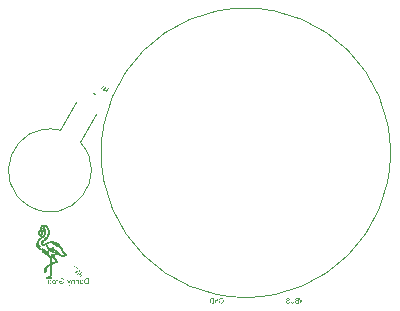
<source format=gbo>
G04*
G04 #@! TF.GenerationSoftware,Altium Limited,Altium Designer,19.0.12 (326)*
G04*
G04 Layer_Color=32896*
%FSLAX24Y24*%
%MOIN*%
G70*
G01*
G75*
%ADD11C,0.0039*%
%ADD15C,0.0010*%
%ADD86C,0.0010*%
G36*
X-5040Y-3789D02*
X-5061D01*
Y-3773D01*
X-5063Y-3776D01*
X-5066Y-3779D01*
X-5069Y-3782D01*
X-5072Y-3784D01*
X-5076Y-3786D01*
X-5079Y-3788D01*
X-5082Y-3789D01*
X-5085Y-3790D01*
X-5087Y-3791D01*
X-5090Y-3791D01*
X-5092Y-3792D01*
X-5094Y-3792D01*
X-5096Y-3792D01*
X-5097Y-3792D01*
X-5098D01*
X-5102Y-3792D01*
X-5107Y-3792D01*
X-5111Y-3791D01*
X-5115Y-3790D01*
X-5118Y-3788D01*
X-5122Y-3786D01*
X-5125Y-3785D01*
X-5128Y-3783D01*
X-5130Y-3781D01*
X-5132Y-3780D01*
X-5135Y-3778D01*
X-5136Y-3776D01*
X-5137Y-3775D01*
X-5138Y-3774D01*
X-5139Y-3774D01*
X-5139Y-3774D01*
X-5142Y-3770D01*
X-5145Y-3766D01*
X-5147Y-3762D01*
X-5149Y-3757D01*
X-5151Y-3753D01*
X-5152Y-3748D01*
X-5153Y-3744D01*
X-5154Y-3740D01*
X-5155Y-3736D01*
X-5155Y-3732D01*
X-5156Y-3729D01*
X-5156Y-3726D01*
X-5156Y-3725D01*
Y-3724D01*
X-5156Y-3723D01*
Y-3722D01*
Y-3721D01*
Y-3721D01*
Y-3720D01*
Y-3720D01*
X-5156Y-3715D01*
X-5156Y-3710D01*
X-5155Y-3705D01*
X-5155Y-3703D01*
X-5154Y-3701D01*
X-5154Y-3699D01*
X-5154Y-3698D01*
X-5153Y-3696D01*
X-5153Y-3695D01*
X-5153Y-3694D01*
X-5152Y-3693D01*
X-5152Y-3693D01*
Y-3693D01*
X-5151Y-3688D01*
X-5149Y-3684D01*
X-5147Y-3680D01*
X-5146Y-3679D01*
X-5145Y-3677D01*
X-5144Y-3676D01*
X-5143Y-3674D01*
X-5143Y-3673D01*
X-5142Y-3672D01*
X-5142Y-3672D01*
X-5141Y-3671D01*
X-5141Y-3671D01*
X-5141Y-3671D01*
X-5138Y-3668D01*
X-5135Y-3665D01*
X-5132Y-3663D01*
X-5129Y-3660D01*
X-5127Y-3659D01*
X-5125Y-3658D01*
X-5125Y-3658D01*
X-5124Y-3657D01*
X-5123Y-3657D01*
X-5123Y-3657D01*
X-5123D01*
X-5118Y-3655D01*
X-5114Y-3654D01*
X-5110Y-3653D01*
X-5107Y-3652D01*
X-5105Y-3652D01*
X-5104Y-3652D01*
X-5102Y-3652D01*
X-5101D01*
X-5100Y-3652D01*
X-5099D01*
X-5095Y-3652D01*
X-5091Y-3652D01*
X-5088Y-3654D01*
X-5084Y-3655D01*
X-5081Y-3656D01*
X-5078Y-3658D01*
X-5075Y-3659D01*
X-5072Y-3661D01*
X-5070Y-3663D01*
X-5068Y-3664D01*
X-5067Y-3666D01*
X-5065Y-3667D01*
X-5064Y-3668D01*
X-5063Y-3669D01*
X-5063Y-3670D01*
X-5062Y-3670D01*
Y-3604D01*
X-5040D01*
Y-3789D01*
D02*
G37*
G36*
X-4024Y-3652D02*
X-4021Y-3652D01*
X-4018Y-3652D01*
X-4016Y-3653D01*
X-4013Y-3653D01*
X-4011Y-3654D01*
X-4009Y-3654D01*
X-4007Y-3655D01*
X-4005Y-3655D01*
X-4004Y-3655D01*
X-4002Y-3656D01*
X-4001Y-3656D01*
X-4000Y-3656D01*
X-4000Y-3657D01*
X-4000D01*
X-3997Y-3657D01*
X-3995Y-3658D01*
X-3993Y-3660D01*
X-3991Y-3661D01*
X-3989Y-3662D01*
X-3988Y-3663D01*
X-3986Y-3664D01*
X-3985Y-3665D01*
X-3984Y-3666D01*
X-3983Y-3667D01*
X-3982Y-3668D01*
X-3981Y-3669D01*
X-3980Y-3669D01*
X-3980Y-3670D01*
X-3980Y-3670D01*
X-3980Y-3670D01*
X-3977Y-3674D01*
X-3975Y-3677D01*
X-3974Y-3681D01*
X-3972Y-3685D01*
X-3972Y-3687D01*
X-3971Y-3688D01*
X-3971Y-3689D01*
X-3970Y-3691D01*
X-3970Y-3692D01*
X-3970Y-3693D01*
X-3970Y-3693D01*
Y-3693D01*
X-3992Y-3696D01*
X-3993Y-3694D01*
X-3994Y-3691D01*
X-3995Y-3689D01*
X-3996Y-3687D01*
X-3996Y-3685D01*
X-3997Y-3684D01*
X-3998Y-3682D01*
X-3999Y-3681D01*
X-4000Y-3680D01*
X-4001Y-3679D01*
X-4002Y-3678D01*
X-4002Y-3677D01*
X-4003Y-3677D01*
X-4003Y-3677D01*
X-4003Y-3676D01*
X-4003D01*
X-4005Y-3675D01*
X-4007Y-3674D01*
X-4010Y-3673D01*
X-4014Y-3672D01*
X-4018Y-3671D01*
X-4020Y-3671D01*
X-4022Y-3671D01*
X-4023Y-3671D01*
X-4025D01*
X-4026Y-3671D01*
X-4027D01*
X-4030Y-3671D01*
X-4033Y-3671D01*
X-4036Y-3671D01*
X-4038Y-3672D01*
X-4041Y-3672D01*
X-4043Y-3673D01*
X-4045Y-3674D01*
X-4046Y-3675D01*
X-4048Y-3675D01*
X-4049Y-3676D01*
X-4051Y-3677D01*
X-4051Y-3677D01*
X-4052Y-3678D01*
X-4053Y-3678D01*
X-4053Y-3678D01*
X-4053Y-3678D01*
X-4054Y-3680D01*
X-4055Y-3681D01*
X-4057Y-3684D01*
X-4058Y-3687D01*
X-4059Y-3690D01*
X-4059Y-3693D01*
X-4059Y-3695D01*
Y-3696D01*
X-4060Y-3697D01*
Y-3697D01*
Y-3698D01*
Y-3698D01*
Y-3699D01*
Y-3699D01*
Y-3701D01*
X-4059Y-3702D01*
Y-3703D01*
Y-3704D01*
Y-3704D01*
X-4057Y-3705D01*
X-4054Y-3706D01*
X-4051Y-3706D01*
X-4047Y-3707D01*
X-4041Y-3708D01*
X-4037Y-3709D01*
X-4034Y-3710D01*
X-4031Y-3710D01*
X-4028Y-3711D01*
X-4026Y-3711D01*
X-4023Y-3711D01*
X-4021Y-3712D01*
X-4020Y-3712D01*
X-4019D01*
X-4019Y-3712D01*
X-4019D01*
X-4016Y-3712D01*
X-4014Y-3713D01*
X-4012Y-3713D01*
X-4010Y-3713D01*
X-4008Y-3713D01*
X-4006Y-3714D01*
X-4005Y-3714D01*
X-4004Y-3714D01*
X-4002Y-3714D01*
X-4001Y-3715D01*
X-4000Y-3715D01*
X-4000Y-3715D01*
X-3999Y-3715D01*
X-3999D01*
X-3999Y-3715D01*
X-3998D01*
X-3995Y-3716D01*
X-3992Y-3718D01*
X-3989Y-3719D01*
X-3987Y-3720D01*
X-3985Y-3721D01*
X-3983Y-3722D01*
X-3983Y-3722D01*
X-3982Y-3723D01*
X-3982Y-3723D01*
X-3982D01*
X-3979Y-3725D01*
X-3977Y-3727D01*
X-3975Y-3729D01*
X-3974Y-3731D01*
X-3972Y-3733D01*
X-3971Y-3735D01*
X-3971Y-3735D01*
X-3970Y-3736D01*
X-3970Y-3736D01*
Y-3736D01*
X-3969Y-3739D01*
X-3968Y-3742D01*
X-3967Y-3745D01*
X-3967Y-3748D01*
X-3966Y-3750D01*
X-3966Y-3751D01*
Y-3752D01*
X-3966Y-3753D01*
Y-3754D01*
Y-3754D01*
Y-3754D01*
X-3966Y-3757D01*
X-3967Y-3760D01*
X-3967Y-3763D01*
X-3968Y-3765D01*
X-3969Y-3768D01*
X-3970Y-3770D01*
X-3971Y-3772D01*
X-3972Y-3774D01*
X-3973Y-3776D01*
X-3974Y-3777D01*
X-3975Y-3779D01*
X-3976Y-3780D01*
X-3977Y-3781D01*
X-3977Y-3781D01*
X-3978Y-3782D01*
X-3978Y-3782D01*
X-3980Y-3784D01*
X-3983Y-3785D01*
X-3985Y-3787D01*
X-3988Y-3788D01*
X-3991Y-3789D01*
X-3994Y-3790D01*
X-3997Y-3791D01*
X-3999Y-3791D01*
X-4002Y-3792D01*
X-4004Y-3792D01*
X-4006Y-3792D01*
X-4008Y-3792D01*
X-4010D01*
X-4011Y-3792D01*
X-4012D01*
X-4017Y-3792D01*
X-4021Y-3792D01*
X-4026Y-3791D01*
X-4028Y-3791D01*
X-4029Y-3790D01*
X-4031Y-3790D01*
X-4033Y-3789D01*
X-4034Y-3789D01*
X-4035Y-3789D01*
X-4036Y-3789D01*
X-4036Y-3788D01*
X-4037Y-3788D01*
X-4037D01*
X-4039Y-3787D01*
X-4041Y-3786D01*
X-4046Y-3784D01*
X-4050Y-3781D01*
X-4053Y-3779D01*
X-4055Y-3778D01*
X-4057Y-3776D01*
X-4058Y-3775D01*
X-4059Y-3775D01*
X-4060Y-3774D01*
X-4061Y-3773D01*
X-4061Y-3773D01*
X-4061Y-3773D01*
X-4062Y-3776D01*
X-4062Y-3780D01*
X-4063Y-3782D01*
X-4064Y-3785D01*
X-4065Y-3787D01*
X-4065Y-3788D01*
X-4066Y-3789D01*
X-4066Y-3789D01*
X-4066Y-3789D01*
Y-3789D01*
X-4090D01*
X-4088Y-3786D01*
X-4087Y-3784D01*
X-4086Y-3781D01*
X-4085Y-3778D01*
X-4085Y-3776D01*
X-4084Y-3775D01*
X-4084Y-3774D01*
Y-3774D01*
X-4084Y-3773D01*
Y-3773D01*
X-4084Y-3771D01*
X-4083Y-3769D01*
X-4083Y-3766D01*
X-4083Y-3763D01*
X-4083Y-3760D01*
X-4083Y-3757D01*
X-4083Y-3750D01*
Y-3747D01*
Y-3744D01*
X-4082Y-3741D01*
Y-3738D01*
Y-3736D01*
Y-3735D01*
Y-3734D01*
Y-3734D01*
Y-3733D01*
Y-3733D01*
Y-3733D01*
Y-3703D01*
Y-3700D01*
Y-3697D01*
X-4082Y-3695D01*
Y-3693D01*
X-4082Y-3691D01*
Y-3689D01*
X-4082Y-3688D01*
X-4082Y-3686D01*
X-4082Y-3685D01*
Y-3684D01*
X-4082Y-3683D01*
X-4081Y-3683D01*
Y-3682D01*
X-4081Y-3682D01*
Y-3681D01*
X-4080Y-3678D01*
X-4079Y-3675D01*
X-4078Y-3672D01*
X-4077Y-3670D01*
X-4076Y-3669D01*
X-4075Y-3667D01*
X-4074Y-3666D01*
X-4074Y-3666D01*
X-4072Y-3664D01*
X-4070Y-3662D01*
X-4067Y-3660D01*
X-4064Y-3659D01*
X-4062Y-3657D01*
X-4061Y-3657D01*
X-4060Y-3657D01*
X-4059Y-3656D01*
X-4059Y-3656D01*
X-4058Y-3656D01*
X-4058D01*
X-4056Y-3655D01*
X-4054Y-3655D01*
X-4049Y-3654D01*
X-4045Y-3653D01*
X-4040Y-3652D01*
X-4038Y-3652D01*
X-4036Y-3652D01*
X-4035D01*
X-4033Y-3652D01*
X-4030D01*
X-4024Y-3652D01*
D02*
G37*
G36*
X-4444Y-3790D02*
X-4444Y-3791D01*
X-4443Y-3792D01*
X-4443Y-3793D01*
X-4443Y-3794D01*
X-4442Y-3794D01*
X-4442Y-3795D01*
X-4442Y-3795D01*
Y-3795D01*
X-4441Y-3797D01*
X-4440Y-3800D01*
X-4440Y-3802D01*
X-4439Y-3803D01*
X-4438Y-3805D01*
X-4438Y-3806D01*
X-4437Y-3808D01*
X-4437Y-3809D01*
X-4437Y-3810D01*
X-4436Y-3810D01*
X-4436Y-3811D01*
X-4435Y-3812D01*
X-4435Y-3812D01*
X-4434Y-3814D01*
X-4433Y-3815D01*
X-4432Y-3816D01*
X-4430Y-3817D01*
X-4429Y-3818D01*
X-4428Y-3819D01*
X-4428Y-3819D01*
X-4428Y-3819D01*
X-4426Y-3820D01*
X-4424Y-3821D01*
X-4422Y-3821D01*
X-4420Y-3821D01*
X-4418Y-3822D01*
X-4417Y-3822D01*
X-4415D01*
X-4413Y-3822D01*
X-4411Y-3821D01*
X-4409Y-3821D01*
X-4407Y-3821D01*
X-4405Y-3820D01*
X-4404Y-3820D01*
X-4403Y-3820D01*
X-4403D01*
X-4403Y-3820D01*
X-4403D01*
X-4405Y-3841D01*
X-4408Y-3842D01*
X-4411Y-3843D01*
X-4413Y-3843D01*
X-4415Y-3843D01*
X-4417Y-3844D01*
X-4419Y-3844D01*
X-4420D01*
X-4424Y-3844D01*
X-4427Y-3843D01*
X-4430Y-3842D01*
X-4433Y-3841D01*
X-4435Y-3840D01*
X-4436Y-3840D01*
X-4437Y-3839D01*
X-4438Y-3839D01*
X-4438Y-3839D01*
X-4438Y-3839D01*
X-4438D01*
X-4441Y-3836D01*
X-4444Y-3834D01*
X-4446Y-3831D01*
X-4448Y-3828D01*
X-4450Y-3826D01*
X-4451Y-3825D01*
X-4451Y-3824D01*
X-4452Y-3823D01*
X-4452Y-3823D01*
X-4452Y-3822D01*
Y-3822D01*
X-4453Y-3820D01*
X-4454Y-3818D01*
X-4455Y-3816D01*
X-4456Y-3814D01*
X-4458Y-3809D01*
X-4461Y-3804D01*
X-4461Y-3801D01*
X-4462Y-3799D01*
X-4463Y-3797D01*
X-4464Y-3795D01*
X-4464Y-3794D01*
X-4465Y-3793D01*
X-4465Y-3792D01*
X-4465Y-3792D01*
X-4516Y-3655D01*
X-4493D01*
X-4465Y-3733D01*
X-4463Y-3739D01*
X-4461Y-3744D01*
X-4459Y-3749D01*
X-4459Y-3752D01*
X-4458Y-3754D01*
X-4457Y-3756D01*
X-4457Y-3758D01*
X-4456Y-3760D01*
X-4456Y-3761D01*
X-4456Y-3762D01*
X-4455Y-3763D01*
X-4455Y-3763D01*
Y-3764D01*
X-4454Y-3758D01*
X-4452Y-3752D01*
X-4451Y-3749D01*
X-4450Y-3747D01*
X-4450Y-3744D01*
X-4449Y-3742D01*
X-4448Y-3740D01*
X-4448Y-3738D01*
X-4447Y-3736D01*
X-4447Y-3735D01*
X-4446Y-3734D01*
X-4446Y-3733D01*
X-4446Y-3733D01*
Y-3733D01*
X-4418Y-3655D01*
X-4393D01*
X-4444Y-3790D01*
D02*
G37*
G36*
X-4692Y-3601D02*
X-4687Y-3601D01*
X-4682Y-3602D01*
X-4678Y-3602D01*
X-4674Y-3603D01*
X-4670Y-3604D01*
X-4666Y-3605D01*
X-4662Y-3606D01*
X-4659Y-3607D01*
X-4656Y-3608D01*
X-4654Y-3609D01*
X-4652Y-3610D01*
X-4650Y-3611D01*
X-4649Y-3612D01*
X-4648Y-3612D01*
X-4648Y-3612D01*
X-4644Y-3614D01*
X-4641Y-3617D01*
X-4637Y-3620D01*
X-4634Y-3622D01*
X-4631Y-3625D01*
X-4629Y-3628D01*
X-4626Y-3631D01*
X-4624Y-3634D01*
X-4622Y-3636D01*
X-4620Y-3639D01*
X-4619Y-3641D01*
X-4618Y-3643D01*
X-4617Y-3645D01*
X-4616Y-3646D01*
X-4616Y-3647D01*
X-4616Y-3647D01*
X-4614Y-3651D01*
X-4612Y-3656D01*
X-4611Y-3660D01*
X-4609Y-3665D01*
X-4608Y-3669D01*
X-4607Y-3673D01*
X-4606Y-3677D01*
X-4606Y-3681D01*
X-4605Y-3685D01*
X-4605Y-3688D01*
X-4605Y-3691D01*
X-4605Y-3693D01*
Y-3695D01*
X-4604Y-3696D01*
Y-3697D01*
Y-3697D01*
Y-3697D01*
Y-3698D01*
X-4605Y-3703D01*
X-4605Y-3708D01*
X-4605Y-3712D01*
X-4606Y-3717D01*
X-4607Y-3721D01*
X-4608Y-3725D01*
X-4609Y-3729D01*
X-4610Y-3733D01*
X-4611Y-3736D01*
X-4612Y-3739D01*
X-4613Y-3741D01*
X-4614Y-3743D01*
X-4615Y-3745D01*
X-4615Y-3746D01*
X-4616Y-3747D01*
X-4616Y-3747D01*
X-4618Y-3751D01*
X-4621Y-3755D01*
X-4623Y-3758D01*
X-4626Y-3762D01*
X-4629Y-3765D01*
X-4631Y-3767D01*
X-4634Y-3770D01*
X-4637Y-3772D01*
X-4640Y-3774D01*
X-4642Y-3776D01*
X-4644Y-3778D01*
X-4646Y-3779D01*
X-4647Y-3780D01*
X-4648Y-3780D01*
X-4649Y-3781D01*
X-4650Y-3781D01*
X-4654Y-3783D01*
X-4658Y-3785D01*
X-4662Y-3786D01*
X-4667Y-3788D01*
X-4671Y-3789D01*
X-4675Y-3790D01*
X-4679Y-3791D01*
X-4683Y-3791D01*
X-4686Y-3792D01*
X-4689Y-3792D01*
X-4692Y-3792D01*
X-4695Y-3792D01*
X-4697D01*
X-4698Y-3793D01*
X-4699D01*
X-4703Y-3792D01*
X-4707Y-3792D01*
X-4714Y-3791D01*
X-4717Y-3791D01*
X-4721Y-3790D01*
X-4724Y-3790D01*
X-4727Y-3789D01*
X-4729Y-3788D01*
X-4732Y-3788D01*
X-4734Y-3787D01*
X-4735Y-3786D01*
X-4737Y-3786D01*
X-4738Y-3786D01*
X-4739Y-3785D01*
X-4739Y-3785D01*
X-4742Y-3784D01*
X-4746Y-3782D01*
X-4753Y-3779D01*
X-4756Y-3777D01*
X-4759Y-3775D01*
X-4762Y-3774D01*
X-4765Y-3772D01*
X-4767Y-3770D01*
X-4769Y-3769D01*
X-4771Y-3767D01*
X-4773Y-3766D01*
X-4774Y-3765D01*
X-4775Y-3764D01*
X-4776Y-3764D01*
X-4776Y-3764D01*
Y-3695D01*
X-4697D01*
Y-3717D01*
X-4752D01*
Y-3751D01*
X-4750Y-3753D01*
X-4749Y-3754D01*
X-4745Y-3756D01*
X-4741Y-3758D01*
X-4737Y-3760D01*
X-4736Y-3761D01*
X-4734Y-3762D01*
X-4733Y-3763D01*
X-4731Y-3763D01*
X-4730Y-3764D01*
X-4730Y-3764D01*
X-4729Y-3764D01*
X-4729Y-3764D01*
X-4723Y-3766D01*
X-4718Y-3768D01*
X-4712Y-3769D01*
X-4710Y-3769D01*
X-4708Y-3770D01*
X-4705Y-3770D01*
X-4704Y-3770D01*
X-4702Y-3770D01*
X-4701D01*
X-4699Y-3770D01*
X-4698D01*
X-4694Y-3770D01*
X-4691Y-3770D01*
X-4685Y-3769D01*
X-4682Y-3768D01*
X-4679Y-3768D01*
X-4676Y-3767D01*
X-4673Y-3766D01*
X-4671Y-3766D01*
X-4669Y-3765D01*
X-4667Y-3764D01*
X-4666Y-3764D01*
X-4665Y-3763D01*
X-4664Y-3763D01*
X-4663Y-3763D01*
X-4663Y-3762D01*
X-4660Y-3761D01*
X-4657Y-3759D01*
X-4655Y-3757D01*
X-4652Y-3755D01*
X-4650Y-3753D01*
X-4648Y-3751D01*
X-4646Y-3749D01*
X-4645Y-3747D01*
X-4643Y-3745D01*
X-4642Y-3743D01*
X-4641Y-3742D01*
X-4640Y-3740D01*
X-4639Y-3739D01*
X-4639Y-3738D01*
X-4638Y-3738D01*
X-4638Y-3738D01*
X-4637Y-3734D01*
X-4635Y-3731D01*
X-4634Y-3727D01*
X-4633Y-3724D01*
X-4633Y-3720D01*
X-4632Y-3717D01*
X-4631Y-3714D01*
X-4631Y-3710D01*
X-4631Y-3707D01*
X-4630Y-3705D01*
X-4630Y-3702D01*
X-4630Y-3700D01*
X-4630Y-3698D01*
Y-3697D01*
Y-3696D01*
Y-3696D01*
X-4630Y-3692D01*
X-4630Y-3689D01*
X-4630Y-3685D01*
X-4631Y-3682D01*
X-4631Y-3678D01*
X-4632Y-3675D01*
X-4633Y-3672D01*
X-4633Y-3670D01*
X-4634Y-3667D01*
X-4635Y-3665D01*
X-4635Y-3663D01*
X-4636Y-3662D01*
X-4636Y-3660D01*
X-4636Y-3659D01*
X-4637Y-3659D01*
X-4637Y-3659D01*
X-4638Y-3655D01*
X-4640Y-3651D01*
X-4642Y-3648D01*
X-4644Y-3646D01*
X-4646Y-3643D01*
X-4647Y-3642D01*
X-4647Y-3642D01*
X-4648Y-3641D01*
X-4648Y-3641D01*
X-4648Y-3640D01*
X-4648Y-3640D01*
X-4652Y-3637D01*
X-4655Y-3635D01*
X-4658Y-3632D01*
X-4661Y-3630D01*
X-4664Y-3629D01*
X-4665Y-3628D01*
X-4666Y-3628D01*
X-4667Y-3627D01*
X-4668Y-3627D01*
X-4668Y-3627D01*
X-4668D01*
X-4673Y-3625D01*
X-4678Y-3624D01*
X-4683Y-3623D01*
X-4687Y-3622D01*
X-4690Y-3622D01*
X-4691Y-3622D01*
X-4693Y-3622D01*
X-4695D01*
X-4696Y-3622D01*
X-4697D01*
X-4702Y-3622D01*
X-4707Y-3622D01*
X-4712Y-3623D01*
X-4714Y-3624D01*
X-4715Y-3624D01*
X-4717Y-3625D01*
X-4719Y-3625D01*
X-4720Y-3625D01*
X-4721Y-3626D01*
X-4722Y-3626D01*
X-4722Y-3626D01*
X-4723Y-3627D01*
X-4723D01*
X-4727Y-3629D01*
X-4731Y-3631D01*
X-4734Y-3633D01*
X-4736Y-3635D01*
X-4738Y-3637D01*
X-4740Y-3638D01*
X-4740Y-3639D01*
X-4740Y-3639D01*
X-4741Y-3639D01*
Y-3640D01*
X-4743Y-3643D01*
X-4745Y-3647D01*
X-4747Y-3650D01*
X-4748Y-3654D01*
X-4749Y-3655D01*
X-4749Y-3657D01*
X-4750Y-3658D01*
X-4750Y-3660D01*
X-4751Y-3661D01*
X-4751Y-3661D01*
X-4751Y-3662D01*
Y-3662D01*
X-4773Y-3656D01*
X-4772Y-3652D01*
X-4771Y-3649D01*
X-4770Y-3646D01*
X-4769Y-3643D01*
X-4768Y-3640D01*
X-4767Y-3638D01*
X-4766Y-3636D01*
X-4764Y-3633D01*
X-4763Y-3632D01*
X-4762Y-3630D01*
X-4761Y-3629D01*
X-4761Y-3627D01*
X-4760Y-3627D01*
X-4760Y-3626D01*
X-4759Y-3626D01*
X-4759Y-3625D01*
X-4757Y-3623D01*
X-4755Y-3621D01*
X-4751Y-3618D01*
X-4747Y-3614D01*
X-4743Y-3612D01*
X-4741Y-3611D01*
X-4739Y-3610D01*
X-4738Y-3609D01*
X-4736Y-3608D01*
X-4735Y-3608D01*
X-4734Y-3608D01*
X-4734Y-3607D01*
X-4734D01*
X-4731Y-3606D01*
X-4727Y-3605D01*
X-4721Y-3603D01*
X-4715Y-3602D01*
X-4712Y-3602D01*
X-4709Y-3601D01*
X-4707Y-3601D01*
X-4704Y-3601D01*
X-4702Y-3601D01*
X-4701D01*
X-4699Y-3601D01*
X-4697D01*
X-4692Y-3601D01*
D02*
G37*
G36*
X-3789Y-3789D02*
X-3856D01*
X-3862Y-3789D01*
X-3868Y-3789D01*
X-3871Y-3789D01*
X-3873Y-3788D01*
X-3875Y-3788D01*
X-3877Y-3788D01*
X-3879Y-3788D01*
X-3881Y-3787D01*
X-3882Y-3787D01*
X-3884Y-3787D01*
X-3885Y-3787D01*
X-3885Y-3786D01*
X-3886Y-3786D01*
X-3886D01*
X-3891Y-3785D01*
X-3895Y-3784D01*
X-3899Y-3782D01*
X-3900Y-3781D01*
X-3902Y-3781D01*
X-3903Y-3780D01*
X-3905Y-3779D01*
X-3906Y-3778D01*
X-3907Y-3778D01*
X-3907Y-3778D01*
X-3908Y-3777D01*
X-3908Y-3777D01*
X-3908D01*
X-3911Y-3775D01*
X-3915Y-3772D01*
X-3918Y-3769D01*
X-3920Y-3766D01*
X-3922Y-3764D01*
X-3923Y-3763D01*
X-3924Y-3762D01*
X-3924Y-3761D01*
X-3925Y-3761D01*
X-3925Y-3760D01*
X-3925Y-3760D01*
X-3928Y-3756D01*
X-3930Y-3752D01*
X-3932Y-3747D01*
X-3934Y-3743D01*
X-3935Y-3741D01*
X-3936Y-3739D01*
X-3936Y-3737D01*
X-3937Y-3736D01*
X-3937Y-3735D01*
X-3937Y-3734D01*
X-3938Y-3733D01*
Y-3733D01*
X-3939Y-3727D01*
X-3941Y-3720D01*
X-3941Y-3714D01*
X-3942Y-3711D01*
X-3942Y-3708D01*
X-3942Y-3706D01*
X-3942Y-3703D01*
X-3943Y-3701D01*
Y-3699D01*
X-3943Y-3698D01*
Y-3697D01*
Y-3696D01*
Y-3696D01*
X-3943Y-3691D01*
X-3942Y-3687D01*
X-3942Y-3682D01*
X-3942Y-3678D01*
X-3941Y-3674D01*
X-3940Y-3671D01*
X-3940Y-3667D01*
X-3939Y-3664D01*
X-3938Y-3661D01*
X-3938Y-3659D01*
X-3937Y-3657D01*
X-3937Y-3655D01*
X-3936Y-3653D01*
X-3936Y-3652D01*
X-3936Y-3652D01*
X-3935Y-3651D01*
X-3934Y-3648D01*
X-3932Y-3645D01*
X-3931Y-3641D01*
X-3929Y-3638D01*
X-3927Y-3636D01*
X-3925Y-3633D01*
X-3923Y-3631D01*
X-3922Y-3628D01*
X-3920Y-3627D01*
X-3919Y-3625D01*
X-3917Y-3623D01*
X-3916Y-3622D01*
X-3915Y-3621D01*
X-3914Y-3620D01*
X-3914Y-3620D01*
X-3913Y-3620D01*
X-3909Y-3617D01*
X-3905Y-3614D01*
X-3900Y-3611D01*
X-3896Y-3610D01*
X-3894Y-3609D01*
X-3892Y-3608D01*
X-3890Y-3608D01*
X-3889Y-3607D01*
X-3888Y-3607D01*
X-3887Y-3607D01*
X-3886Y-3607D01*
X-3886D01*
X-3884Y-3606D01*
X-3882Y-3606D01*
X-3879Y-3605D01*
X-3876Y-3605D01*
X-3871Y-3604D01*
X-3866Y-3604D01*
X-3863D01*
X-3861Y-3604D01*
X-3859D01*
X-3857Y-3604D01*
X-3789D01*
Y-3789D01*
D02*
G37*
G36*
X-4176Y-3652D02*
X-4171Y-3653D01*
X-4167Y-3654D01*
X-4163Y-3655D01*
X-4159Y-3657D01*
X-4155Y-3659D01*
X-4152Y-3661D01*
X-4149Y-3663D01*
X-4147Y-3665D01*
X-4144Y-3667D01*
X-4143Y-3669D01*
X-4141Y-3670D01*
X-4140Y-3672D01*
X-4139Y-3673D01*
X-4138Y-3674D01*
X-4138Y-3674D01*
Y-3655D01*
X-4118D01*
Y-3789D01*
X-4141D01*
Y-3716D01*
X-4141Y-3711D01*
X-4141Y-3707D01*
X-4142Y-3703D01*
X-4142Y-3699D01*
X-4143Y-3696D01*
X-4144Y-3693D01*
X-4145Y-3691D01*
X-4146Y-3689D01*
X-4147Y-3687D01*
X-4148Y-3685D01*
X-4149Y-3684D01*
X-4149Y-3683D01*
X-4150Y-3682D01*
X-4151Y-3681D01*
X-4151Y-3681D01*
X-4151Y-3681D01*
X-4153Y-3679D01*
X-4155Y-3678D01*
X-4157Y-3676D01*
X-4159Y-3675D01*
X-4162Y-3675D01*
X-4164Y-3674D01*
X-4168Y-3673D01*
X-4169Y-3672D01*
X-4171Y-3672D01*
X-4172Y-3672D01*
X-4174Y-3672D01*
X-4175Y-3671D01*
X-4176D01*
X-4180Y-3672D01*
X-4182Y-3672D01*
X-4185Y-3673D01*
X-4188Y-3674D01*
X-4189Y-3674D01*
X-4191Y-3675D01*
X-4191Y-3675D01*
X-4192Y-3676D01*
X-4192Y-3676D01*
X-4192D01*
X-4194Y-3677D01*
X-4196Y-3679D01*
X-4198Y-3681D01*
X-4199Y-3683D01*
X-4200Y-3684D01*
X-4201Y-3686D01*
X-4201Y-3686D01*
X-4201Y-3687D01*
Y-3687D01*
X-4202Y-3688D01*
X-4202Y-3690D01*
X-4203Y-3693D01*
X-4203Y-3696D01*
X-4204Y-3700D01*
X-4204Y-3703D01*
Y-3704D01*
X-4204Y-3705D01*
Y-3706D01*
Y-3707D01*
Y-3707D01*
Y-3708D01*
Y-3789D01*
X-4227D01*
Y-3707D01*
Y-3704D01*
Y-3701D01*
X-4227Y-3699D01*
Y-3697D01*
X-4227Y-3695D01*
X-4227Y-3693D01*
X-4226Y-3691D01*
Y-3690D01*
X-4226Y-3688D01*
X-4226Y-3687D01*
X-4226Y-3687D01*
X-4226Y-3686D01*
Y-3685D01*
X-4226Y-3685D01*
Y-3685D01*
X-4225Y-3681D01*
X-4224Y-3678D01*
X-4222Y-3675D01*
X-4221Y-3672D01*
X-4220Y-3670D01*
X-4219Y-3669D01*
X-4219Y-3668D01*
X-4219Y-3668D01*
X-4219Y-3668D01*
Y-3668D01*
X-4216Y-3665D01*
X-4214Y-3663D01*
X-4211Y-3661D01*
X-4209Y-3659D01*
X-4207Y-3658D01*
X-4206Y-3657D01*
X-4205Y-3657D01*
X-4204Y-3657D01*
X-4204Y-3656D01*
X-4203Y-3656D01*
X-4203D01*
X-4199Y-3655D01*
X-4196Y-3654D01*
X-4192Y-3653D01*
X-4188Y-3652D01*
X-4187Y-3652D01*
X-4185Y-3652D01*
X-4184Y-3652D01*
X-4183Y-3652D01*
X-4181D01*
X-4176Y-3652D01*
D02*
G37*
G36*
X-4320D02*
X-4315Y-3653D01*
X-4311Y-3654D01*
X-4307Y-3655D01*
X-4303Y-3657D01*
X-4299Y-3659D01*
X-4296Y-3661D01*
X-4293Y-3663D01*
X-4291Y-3665D01*
X-4288Y-3667D01*
X-4287Y-3669D01*
X-4285Y-3670D01*
X-4284Y-3672D01*
X-4283Y-3673D01*
X-4283Y-3674D01*
X-4282Y-3674D01*
Y-3655D01*
X-4262D01*
Y-3789D01*
X-4285D01*
Y-3716D01*
X-4285Y-3711D01*
X-4285Y-3707D01*
X-4286Y-3703D01*
X-4286Y-3699D01*
X-4287Y-3696D01*
X-4288Y-3693D01*
X-4289Y-3691D01*
X-4290Y-3689D01*
X-4291Y-3687D01*
X-4292Y-3685D01*
X-4293Y-3684D01*
X-4294Y-3683D01*
X-4294Y-3682D01*
X-4295Y-3681D01*
X-4295Y-3681D01*
X-4295Y-3681D01*
X-4297Y-3679D01*
X-4299Y-3678D01*
X-4301Y-3676D01*
X-4304Y-3675D01*
X-4306Y-3675D01*
X-4308Y-3674D01*
X-4312Y-3673D01*
X-4314Y-3672D01*
X-4315Y-3672D01*
X-4317Y-3672D01*
X-4318Y-3672D01*
X-4319Y-3671D01*
X-4320D01*
X-4324Y-3672D01*
X-4327Y-3672D01*
X-4329Y-3673D01*
X-4332Y-3674D01*
X-4334Y-3674D01*
X-4335Y-3675D01*
X-4335Y-3675D01*
X-4336Y-3676D01*
X-4336Y-3676D01*
X-4336D01*
X-4338Y-3677D01*
X-4341Y-3679D01*
X-4342Y-3681D01*
X-4343Y-3683D01*
X-4344Y-3684D01*
X-4345Y-3686D01*
X-4345Y-3686D01*
X-4346Y-3687D01*
Y-3687D01*
X-4346Y-3688D01*
X-4346Y-3690D01*
X-4347Y-3693D01*
X-4348Y-3696D01*
X-4348Y-3700D01*
X-4348Y-3703D01*
Y-3704D01*
X-4348Y-3705D01*
Y-3706D01*
Y-3707D01*
Y-3707D01*
Y-3708D01*
Y-3789D01*
X-4371D01*
Y-3707D01*
Y-3704D01*
Y-3701D01*
X-4371Y-3699D01*
Y-3697D01*
X-4371Y-3695D01*
X-4371Y-3693D01*
X-4371Y-3691D01*
Y-3690D01*
X-4370Y-3688D01*
X-4370Y-3687D01*
X-4370Y-3687D01*
X-4370Y-3686D01*
Y-3685D01*
X-4370Y-3685D01*
Y-3685D01*
X-4369Y-3681D01*
X-4368Y-3678D01*
X-4367Y-3675D01*
X-4365Y-3672D01*
X-4364Y-3670D01*
X-4364Y-3669D01*
X-4363Y-3668D01*
X-4363Y-3668D01*
X-4363Y-3668D01*
Y-3668D01*
X-4361Y-3665D01*
X-4358Y-3663D01*
X-4356Y-3661D01*
X-4353Y-3659D01*
X-4351Y-3658D01*
X-4350Y-3657D01*
X-4349Y-3657D01*
X-4348Y-3657D01*
X-4348Y-3656D01*
X-4347Y-3656D01*
X-4347D01*
X-4343Y-3655D01*
X-4340Y-3654D01*
X-4336Y-3653D01*
X-4332Y-3652D01*
X-4331Y-3652D01*
X-4329Y-3652D01*
X-4328Y-3652D01*
X-4327Y-3652D01*
X-4325D01*
X-4320Y-3652D01*
D02*
G37*
G36*
X-4856Y-3652D02*
X-4853Y-3652D01*
X-4850Y-3653D01*
X-4848Y-3654D01*
X-4846Y-3655D01*
X-4845Y-3656D01*
X-4844Y-3656D01*
X-4844Y-3656D01*
X-4844D01*
X-4843Y-3657D01*
X-4841Y-3658D01*
X-4840Y-3660D01*
X-4839Y-3661D01*
X-4837Y-3664D01*
X-4834Y-3668D01*
X-4832Y-3670D01*
X-4832Y-3672D01*
X-4831Y-3673D01*
X-4830Y-3674D01*
X-4830Y-3675D01*
X-4830Y-3675D01*
X-4830Y-3675D01*
Y-3655D01*
X-4809D01*
Y-3789D01*
X-4832D01*
Y-3719D01*
X-4832Y-3714D01*
X-4832Y-3709D01*
X-4833Y-3704D01*
X-4834Y-3702D01*
X-4834Y-3700D01*
X-4834Y-3698D01*
X-4835Y-3697D01*
X-4835Y-3696D01*
X-4835Y-3695D01*
X-4835Y-3694D01*
X-4836Y-3693D01*
X-4836Y-3693D01*
Y-3692D01*
X-4837Y-3689D01*
X-4838Y-3687D01*
X-4839Y-3685D01*
X-4841Y-3683D01*
X-4842Y-3682D01*
X-4843Y-3681D01*
X-4844Y-3680D01*
X-4844Y-3680D01*
X-4846Y-3678D01*
X-4849Y-3677D01*
X-4851Y-3676D01*
X-4853Y-3676D01*
X-4855Y-3676D01*
X-4856Y-3675D01*
X-4857D01*
X-4860Y-3675D01*
X-4864Y-3676D01*
X-4866Y-3677D01*
X-4869Y-3678D01*
X-4871Y-3679D01*
X-4872Y-3679D01*
X-4873Y-3679D01*
X-4873Y-3680D01*
X-4874Y-3680D01*
X-4874Y-3680D01*
X-4874D01*
X-4882Y-3659D01*
X-4880Y-3658D01*
X-4878Y-3657D01*
X-4876Y-3656D01*
X-4873Y-3655D01*
X-4869Y-3654D01*
X-4866Y-3653D01*
X-4864Y-3652D01*
X-4863Y-3652D01*
X-4862Y-3652D01*
X-4861Y-3652D01*
X-4860Y-3652D01*
X-4859D01*
X-4856Y-3652D01*
D02*
G37*
G36*
X-4945D02*
X-4941Y-3652D01*
X-4937Y-3653D01*
X-4933Y-3654D01*
X-4929Y-3655D01*
X-4926Y-3657D01*
X-4923Y-3658D01*
X-4920Y-3659D01*
X-4917Y-3661D01*
X-4915Y-3662D01*
X-4913Y-3663D01*
X-4911Y-3665D01*
X-4910Y-3665D01*
X-4909Y-3666D01*
X-4908Y-3667D01*
X-4908Y-3667D01*
X-4904Y-3670D01*
X-4901Y-3674D01*
X-4898Y-3679D01*
X-4896Y-3683D01*
X-4894Y-3688D01*
X-4892Y-3692D01*
X-4891Y-3697D01*
X-4890Y-3701D01*
X-4889Y-3705D01*
X-4888Y-3709D01*
X-4888Y-3713D01*
X-4887Y-3716D01*
Y-3717D01*
X-4887Y-3718D01*
Y-3720D01*
X-4887Y-3720D01*
Y-3721D01*
Y-3722D01*
Y-3722D01*
Y-3722D01*
X-4887Y-3728D01*
X-4888Y-3734D01*
X-4889Y-3740D01*
X-4890Y-3745D01*
X-4891Y-3749D01*
X-4893Y-3754D01*
X-4894Y-3758D01*
X-4896Y-3761D01*
X-4897Y-3764D01*
X-4899Y-3767D01*
X-4900Y-3769D01*
X-4902Y-3771D01*
X-4903Y-3773D01*
X-4904Y-3774D01*
X-4904Y-3774D01*
X-4905Y-3774D01*
X-4908Y-3778D01*
X-4912Y-3780D01*
X-4915Y-3783D01*
X-4919Y-3785D01*
X-4923Y-3787D01*
X-4927Y-3788D01*
X-4930Y-3789D01*
X-4934Y-3790D01*
X-4937Y-3791D01*
X-4940Y-3791D01*
X-4943Y-3792D01*
X-4945Y-3792D01*
X-4947Y-3792D01*
X-4949Y-3792D01*
X-4950D01*
X-4953Y-3792D01*
X-4957Y-3792D01*
X-4963Y-3791D01*
X-4965Y-3791D01*
X-4968Y-3790D01*
X-4971Y-3789D01*
X-4973Y-3788D01*
X-4975Y-3788D01*
X-4977Y-3787D01*
X-4979Y-3786D01*
X-4980Y-3786D01*
X-4981Y-3785D01*
X-4982Y-3785D01*
X-4982Y-3784D01*
X-4983Y-3784D01*
X-4985Y-3783D01*
X-4988Y-3781D01*
X-4990Y-3779D01*
X-4992Y-3777D01*
X-4994Y-3775D01*
X-4996Y-3773D01*
X-4998Y-3772D01*
X-5000Y-3770D01*
X-5001Y-3768D01*
X-5002Y-3766D01*
X-5003Y-3765D01*
X-5004Y-3764D01*
X-5004Y-3763D01*
X-5005Y-3762D01*
X-5005Y-3761D01*
X-5005Y-3761D01*
X-5007Y-3758D01*
X-5008Y-3755D01*
X-5009Y-3752D01*
X-5010Y-3748D01*
X-5011Y-3742D01*
X-5012Y-3738D01*
X-5012Y-3735D01*
X-5013Y-3732D01*
X-5013Y-3729D01*
X-5013Y-3727D01*
X-5013Y-3725D01*
X-5013Y-3723D01*
Y-3721D01*
Y-3720D01*
Y-3720D01*
X-5013Y-3714D01*
X-5012Y-3709D01*
X-5012Y-3704D01*
X-5010Y-3699D01*
X-5009Y-3694D01*
X-5008Y-3690D01*
X-5006Y-3686D01*
X-5004Y-3683D01*
X-5003Y-3680D01*
X-5001Y-3677D01*
X-5000Y-3675D01*
X-4998Y-3673D01*
X-4997Y-3672D01*
X-4996Y-3671D01*
X-4996Y-3670D01*
X-4995Y-3670D01*
X-4992Y-3667D01*
X-4989Y-3664D01*
X-4985Y-3662D01*
X-4981Y-3659D01*
X-4977Y-3658D01*
X-4973Y-3656D01*
X-4970Y-3655D01*
X-4966Y-3654D01*
X-4963Y-3653D01*
X-4960Y-3653D01*
X-4957Y-3652D01*
X-4955Y-3652D01*
X-4953Y-3652D01*
X-4951Y-3652D01*
X-4950D01*
X-4945Y-3652D01*
D02*
G37*
G36*
X3297Y-4439D02*
X3276D01*
X3217Y-4253D01*
X3238D01*
X3279Y-4388D01*
X3280Y-4394D01*
X3282Y-4399D01*
X3283Y-4404D01*
X3284Y-4407D01*
X3285Y-4409D01*
X3285Y-4411D01*
X3286Y-4413D01*
X3286Y-4415D01*
X3286Y-4416D01*
X3287Y-4417D01*
X3287Y-4418D01*
X3287Y-4418D01*
Y-4419D01*
X3288Y-4413D01*
X3290Y-4408D01*
X3291Y-4403D01*
X3291Y-4400D01*
X3292Y-4398D01*
X3293Y-4396D01*
X3293Y-4394D01*
X3294Y-4392D01*
X3294Y-4391D01*
X3294Y-4390D01*
X3295Y-4389D01*
X3295Y-4388D01*
Y-4388D01*
X3335Y-4253D01*
X3356D01*
X3297Y-4439D01*
D02*
G37*
G36*
X3057Y-4361D02*
Y-4365D01*
X3057Y-4369D01*
X3057Y-4373D01*
X3057Y-4376D01*
X3056Y-4380D01*
X3056Y-4383D01*
X3055Y-4387D01*
X3055Y-4390D01*
X3054Y-4393D01*
X3054Y-4396D01*
X3052Y-4401D01*
X3051Y-4405D01*
X3050Y-4409D01*
X3048Y-4413D01*
X3047Y-4416D01*
X3046Y-4419D01*
X3045Y-4421D01*
X3044Y-4422D01*
X3043Y-4423D01*
X3042Y-4424D01*
X3042Y-4424D01*
X3039Y-4427D01*
X3036Y-4430D01*
X3033Y-4433D01*
X3029Y-4434D01*
X3025Y-4436D01*
X3021Y-4438D01*
X3018Y-4439D01*
X3014Y-4440D01*
X3011Y-4441D01*
X3007Y-4441D01*
X3005Y-4441D01*
X3002Y-4442D01*
X3000Y-4442D01*
X2998Y-4442D01*
X2997D01*
X2993Y-4442D01*
X2990Y-4442D01*
X2986Y-4441D01*
X2983Y-4440D01*
X2980Y-4440D01*
X2977Y-4439D01*
X2974Y-4438D01*
X2971Y-4437D01*
X2969Y-4436D01*
X2967Y-4435D01*
X2966Y-4434D01*
X2964Y-4434D01*
X2963Y-4433D01*
X2962Y-4433D01*
X2962Y-4432D01*
X2962Y-4432D01*
X2959Y-4430D01*
X2957Y-4428D01*
X2955Y-4426D01*
X2953Y-4424D01*
X2951Y-4421D01*
X2950Y-4419D01*
X2948Y-4417D01*
X2947Y-4415D01*
X2946Y-4413D01*
X2945Y-4411D01*
X2944Y-4409D01*
X2944Y-4408D01*
X2943Y-4406D01*
X2943Y-4406D01*
X2943Y-4405D01*
Y-4405D01*
X2942Y-4401D01*
X2941Y-4398D01*
X2940Y-4391D01*
X2939Y-4383D01*
X2938Y-4380D01*
X2938Y-4376D01*
X2938Y-4373D01*
X2938Y-4370D01*
X2938Y-4367D01*
Y-4365D01*
X2937Y-4363D01*
Y-4362D01*
Y-4361D01*
Y-4361D01*
Y-4253D01*
X2958D01*
Y-4360D01*
X2958Y-4367D01*
X2958Y-4373D01*
X2959Y-4378D01*
X2959Y-4383D01*
X2960Y-4387D01*
X2961Y-4391D01*
X2962Y-4394D01*
X2962Y-4397D01*
X2963Y-4400D01*
X2964Y-4402D01*
X2965Y-4404D01*
X2966Y-4405D01*
X2966Y-4406D01*
X2967Y-4407D01*
X2967Y-4408D01*
X2967Y-4408D01*
X2969Y-4410D01*
X2971Y-4412D01*
X2974Y-4413D01*
X2976Y-4415D01*
X2979Y-4416D01*
X2981Y-4417D01*
X2984Y-4418D01*
X2987Y-4418D01*
X2989Y-4419D01*
X2991Y-4419D01*
X2993Y-4419D01*
X2995Y-4420D01*
X2997D01*
X2998Y-4420D01*
X2999D01*
X3003Y-4420D01*
X3007Y-4419D01*
X3011Y-4418D01*
X3013Y-4418D01*
X3014Y-4417D01*
X3016Y-4416D01*
X3017Y-4416D01*
X3018Y-4415D01*
X3019Y-4415D01*
X3020Y-4415D01*
X3020Y-4414D01*
X3020Y-4414D01*
X3020D01*
X3023Y-4411D01*
X3026Y-4409D01*
X3028Y-4406D01*
X3030Y-4403D01*
X3031Y-4401D01*
X3032Y-4400D01*
X3032Y-4399D01*
X3033Y-4398D01*
X3033Y-4397D01*
X3033Y-4397D01*
Y-4397D01*
X3034Y-4395D01*
X3035Y-4392D01*
X3035Y-4389D01*
X3035Y-4387D01*
X3036Y-4380D01*
X3037Y-4374D01*
X3037Y-4372D01*
X3037Y-4369D01*
Y-4367D01*
X3037Y-4365D01*
Y-4363D01*
Y-4362D01*
Y-4361D01*
Y-4360D01*
Y-4253D01*
X3057D01*
Y-4361D01*
D02*
G37*
G36*
X3200Y-4439D02*
X3138D01*
X3134Y-4439D01*
X3131Y-4438D01*
X3128Y-4438D01*
X3125Y-4438D01*
X3123Y-4437D01*
X3121Y-4437D01*
X3118Y-4436D01*
X3116Y-4436D01*
X3115Y-4435D01*
X3113Y-4435D01*
X3112Y-4434D01*
X3111Y-4434D01*
X3111Y-4434D01*
X3110Y-4433D01*
X3110D01*
X3108Y-4432D01*
X3106Y-4431D01*
X3102Y-4428D01*
X3099Y-4425D01*
X3096Y-4422D01*
X3094Y-4419D01*
X3093Y-4418D01*
X3093Y-4417D01*
X3092Y-4416D01*
X3092Y-4415D01*
X3092Y-4415D01*
X3092Y-4415D01*
X3090Y-4412D01*
X3089Y-4410D01*
X3088Y-4405D01*
X3086Y-4400D01*
X3086Y-4398D01*
X3086Y-4395D01*
X3085Y-4393D01*
X3085Y-4391D01*
X3085Y-4390D01*
Y-4388D01*
X3085Y-4387D01*
Y-4386D01*
Y-4385D01*
Y-4385D01*
X3085Y-4382D01*
X3085Y-4379D01*
X3085Y-4376D01*
X3086Y-4374D01*
X3086Y-4371D01*
X3087Y-4369D01*
X3088Y-4367D01*
X3088Y-4365D01*
X3089Y-4363D01*
X3090Y-4361D01*
X3091Y-4360D01*
X3091Y-4359D01*
X3092Y-4358D01*
X3092Y-4357D01*
X3092Y-4357D01*
X3092Y-4357D01*
X3094Y-4355D01*
X3095Y-4353D01*
X3097Y-4351D01*
X3099Y-4349D01*
X3101Y-4348D01*
X3102Y-4347D01*
X3106Y-4344D01*
X3109Y-4343D01*
X3110Y-4342D01*
X3111Y-4341D01*
X3112Y-4341D01*
X3113Y-4341D01*
X3113Y-4340D01*
X3113D01*
X3110Y-4338D01*
X3106Y-4335D01*
X3104Y-4332D01*
X3102Y-4330D01*
X3100Y-4327D01*
X3099Y-4326D01*
X3098Y-4326D01*
X3098Y-4325D01*
X3098Y-4324D01*
X3097Y-4324D01*
Y-4324D01*
X3096Y-4320D01*
X3094Y-4316D01*
X3093Y-4312D01*
X3093Y-4308D01*
X3092Y-4307D01*
X3092Y-4305D01*
X3092Y-4304D01*
Y-4303D01*
X3092Y-4302D01*
Y-4301D01*
Y-4301D01*
Y-4301D01*
Y-4298D01*
X3092Y-4296D01*
X3093Y-4291D01*
X3094Y-4287D01*
X3094Y-4285D01*
X3095Y-4283D01*
X3096Y-4281D01*
X3096Y-4280D01*
X3097Y-4279D01*
X3097Y-4278D01*
X3098Y-4277D01*
X3098Y-4276D01*
X3098Y-4276D01*
X3098Y-4276D01*
X3101Y-4272D01*
X3104Y-4268D01*
X3106Y-4265D01*
X3109Y-4263D01*
X3111Y-4261D01*
X3112Y-4260D01*
X3113Y-4260D01*
X3114Y-4259D01*
X3114Y-4259D01*
X3115Y-4259D01*
X3115D01*
X3117Y-4258D01*
X3119Y-4257D01*
X3123Y-4256D01*
X3128Y-4255D01*
X3133Y-4254D01*
X3135Y-4254D01*
X3137Y-4254D01*
X3138Y-4253D01*
X3140D01*
X3141Y-4253D01*
X3200D01*
Y-4439D01*
D02*
G37*
G36*
X2855Y-4250D02*
X2860Y-4251D01*
X2864Y-4251D01*
X2867Y-4252D01*
X2871Y-4253D01*
X2874Y-4255D01*
X2877Y-4256D01*
X2880Y-4257D01*
X2882Y-4259D01*
X2884Y-4260D01*
X2886Y-4261D01*
X2887Y-4262D01*
X2889Y-4263D01*
X2889Y-4264D01*
X2890Y-4264D01*
X2890Y-4264D01*
X2893Y-4267D01*
X2895Y-4270D01*
X2897Y-4273D01*
X2898Y-4276D01*
X2900Y-4279D01*
X2901Y-4282D01*
X2902Y-4285D01*
X2903Y-4288D01*
X2903Y-4291D01*
X2904Y-4293D01*
X2904Y-4296D01*
X2904Y-4298D01*
X2904Y-4299D01*
X2905Y-4300D01*
Y-4301D01*
Y-4301D01*
X2904Y-4306D01*
X2904Y-4310D01*
X2903Y-4314D01*
X2903Y-4316D01*
X2902Y-4317D01*
X2902Y-4319D01*
X2901Y-4320D01*
X2901Y-4321D01*
X2900Y-4322D01*
X2900Y-4323D01*
X2900Y-4323D01*
X2900Y-4324D01*
Y-4324D01*
X2898Y-4327D01*
X2895Y-4331D01*
X2893Y-4333D01*
X2891Y-4336D01*
X2889Y-4338D01*
X2887Y-4339D01*
X2886Y-4339D01*
X2886Y-4340D01*
X2886Y-4340D01*
X2885Y-4340D01*
X2884Y-4341D01*
X2881Y-4343D01*
X2879Y-4344D01*
X2877Y-4345D01*
X2872Y-4347D01*
X2867Y-4349D01*
X2864Y-4350D01*
X2862Y-4351D01*
X2860Y-4351D01*
X2858Y-4352D01*
X2857Y-4352D01*
X2856Y-4353D01*
X2855Y-4353D01*
X2855Y-4353D01*
X2850Y-4354D01*
X2846Y-4355D01*
X2843Y-4357D01*
X2840Y-4358D01*
X2837Y-4359D01*
X2834Y-4360D01*
X2832Y-4360D01*
X2830Y-4361D01*
X2828Y-4362D01*
X2827Y-4362D01*
X2826Y-4363D01*
X2825Y-4363D01*
X2824Y-4364D01*
X2824Y-4364D01*
X2824Y-4364D01*
X2823D01*
X2821Y-4366D01*
X2819Y-4367D01*
X2817Y-4369D01*
X2815Y-4371D01*
X2814Y-4372D01*
X2813Y-4373D01*
X2813Y-4374D01*
X2812Y-4374D01*
X2811Y-4376D01*
X2810Y-4379D01*
X2810Y-4381D01*
X2809Y-4384D01*
X2809Y-4385D01*
X2809Y-4387D01*
Y-4388D01*
Y-4388D01*
Y-4388D01*
Y-4388D01*
X2809Y-4391D01*
X2809Y-4393D01*
X2810Y-4396D01*
X2810Y-4398D01*
X2811Y-4400D01*
X2812Y-4402D01*
X2813Y-4404D01*
X2814Y-4405D01*
X2815Y-4407D01*
X2815Y-4408D01*
X2816Y-4409D01*
X2817Y-4410D01*
X2818Y-4410D01*
X2818Y-4411D01*
X2819Y-4411D01*
X2819Y-4411D01*
X2821Y-4413D01*
X2823Y-4414D01*
X2825Y-4415D01*
X2827Y-4416D01*
X2830Y-4417D01*
X2832Y-4418D01*
X2836Y-4419D01*
X2839Y-4419D01*
X2840Y-4420D01*
X2842Y-4420D01*
X2844Y-4420D01*
X2845Y-4420D01*
X2847D01*
X2851Y-4420D01*
X2855Y-4419D01*
X2859Y-4418D01*
X2861Y-4418D01*
X2863Y-4417D01*
X2864Y-4417D01*
X2865Y-4416D01*
X2867Y-4416D01*
X2868Y-4416D01*
X2868Y-4415D01*
X2869Y-4415D01*
X2869Y-4415D01*
X2869D01*
X2873Y-4413D01*
X2876Y-4411D01*
X2879Y-4408D01*
X2881Y-4406D01*
X2883Y-4404D01*
X2884Y-4403D01*
X2884Y-4402D01*
X2884Y-4402D01*
X2885Y-4401D01*
Y-4401D01*
X2886Y-4400D01*
X2886Y-4398D01*
X2888Y-4394D01*
X2889Y-4390D01*
X2890Y-4386D01*
X2890Y-4384D01*
X2891Y-4383D01*
X2891Y-4381D01*
X2891Y-4380D01*
X2891Y-4379D01*
Y-4378D01*
X2891Y-4377D01*
Y-4377D01*
X2910Y-4379D01*
X2910Y-4385D01*
X2910Y-4390D01*
X2909Y-4394D01*
X2908Y-4399D01*
X2906Y-4403D01*
X2905Y-4407D01*
X2903Y-4410D01*
X2901Y-4413D01*
X2900Y-4416D01*
X2898Y-4418D01*
X2897Y-4420D01*
X2896Y-4422D01*
X2895Y-4424D01*
X2894Y-4425D01*
X2893Y-4425D01*
X2893Y-4425D01*
X2890Y-4428D01*
X2886Y-4431D01*
X2883Y-4433D01*
X2879Y-4435D01*
X2875Y-4437D01*
X2871Y-4438D01*
X2868Y-4439D01*
X2864Y-4440D01*
X2861Y-4441D01*
X2858Y-4441D01*
X2855Y-4442D01*
X2853Y-4442D01*
X2851Y-4442D01*
X2849Y-4442D01*
X2848D01*
X2845Y-4442D01*
X2842Y-4442D01*
X2838Y-4442D01*
X2835Y-4441D01*
X2833Y-4441D01*
X2830Y-4440D01*
X2828Y-4439D01*
X2826Y-4439D01*
X2824Y-4438D01*
X2822Y-4438D01*
X2821Y-4437D01*
X2819Y-4436D01*
X2818Y-4436D01*
X2818Y-4436D01*
X2817Y-4435D01*
X2817D01*
X2813Y-4433D01*
X2808Y-4429D01*
X2805Y-4426D01*
X2803Y-4424D01*
X2802Y-4423D01*
X2801Y-4421D01*
X2800Y-4420D01*
X2799Y-4419D01*
X2798Y-4418D01*
X2797Y-4417D01*
X2797Y-4416D01*
X2797Y-4416D01*
X2797Y-4415D01*
X2795Y-4413D01*
X2794Y-4410D01*
X2793Y-4408D01*
X2792Y-4405D01*
X2791Y-4400D01*
X2790Y-4398D01*
X2790Y-4396D01*
X2790Y-4394D01*
X2790Y-4392D01*
X2789Y-4390D01*
X2789Y-4389D01*
X2789Y-4388D01*
Y-4387D01*
Y-4387D01*
Y-4386D01*
X2789Y-4383D01*
X2789Y-4380D01*
X2790Y-4378D01*
X2790Y-4375D01*
X2791Y-4373D01*
X2791Y-4370D01*
X2792Y-4368D01*
X2793Y-4367D01*
X2793Y-4365D01*
X2794Y-4363D01*
X2795Y-4362D01*
X2795Y-4361D01*
X2796Y-4360D01*
X2796Y-4359D01*
X2796Y-4359D01*
X2796Y-4359D01*
X2798Y-4357D01*
X2799Y-4355D01*
X2803Y-4351D01*
X2806Y-4348D01*
X2809Y-4345D01*
X2813Y-4343D01*
X2814Y-4342D01*
X2815Y-4341D01*
X2816Y-4341D01*
X2817Y-4340D01*
X2817Y-4340D01*
X2817Y-4340D01*
X2819Y-4339D01*
X2821Y-4338D01*
X2824Y-4337D01*
X2826Y-4336D01*
X2831Y-4335D01*
X2837Y-4333D01*
X2839Y-4332D01*
X2841Y-4332D01*
X2844Y-4331D01*
X2845Y-4330D01*
X2847Y-4330D01*
X2848Y-4330D01*
X2849Y-4329D01*
X2849D01*
X2853Y-4328D01*
X2857Y-4327D01*
X2860Y-4326D01*
X2863Y-4325D01*
X2866Y-4324D01*
X2869Y-4323D01*
X2871Y-4322D01*
X2873Y-4321D01*
X2874Y-4320D01*
X2875Y-4319D01*
X2876Y-4318D01*
X2877Y-4318D01*
X2878Y-4317D01*
X2878Y-4317D01*
X2879Y-4317D01*
X2879D01*
X2880Y-4315D01*
X2881Y-4314D01*
X2882Y-4311D01*
X2884Y-4308D01*
X2884Y-4306D01*
X2885Y-4303D01*
X2885Y-4302D01*
Y-4301D01*
X2885Y-4300D01*
Y-4300D01*
Y-4299D01*
Y-4299D01*
X2885Y-4297D01*
X2885Y-4295D01*
X2884Y-4293D01*
X2884Y-4291D01*
X2882Y-4288D01*
X2881Y-4285D01*
X2880Y-4284D01*
X2879Y-4283D01*
X2878Y-4282D01*
X2878Y-4281D01*
X2877Y-4280D01*
X2877Y-4280D01*
X2876Y-4280D01*
X2876Y-4279D01*
X2874Y-4278D01*
X2873Y-4277D01*
X2870Y-4276D01*
X2868Y-4275D01*
X2864Y-4274D01*
X2860Y-4273D01*
X2858Y-4272D01*
X2856Y-4272D01*
X2854Y-4272D01*
X2853Y-4272D01*
X2852Y-4272D01*
X2850D01*
X2847Y-4272D01*
X2844Y-4272D01*
X2842Y-4273D01*
X2839Y-4273D01*
X2837Y-4274D01*
X2834Y-4274D01*
X2833Y-4275D01*
X2831Y-4276D01*
X2829Y-4277D01*
X2828Y-4278D01*
X2827Y-4278D01*
X2826Y-4279D01*
X2825Y-4280D01*
X2824Y-4280D01*
X2824Y-4280D01*
X2824Y-4281D01*
X2822Y-4282D01*
X2821Y-4284D01*
X2820Y-4286D01*
X2818Y-4288D01*
X2817Y-4293D01*
X2815Y-4297D01*
X2815Y-4299D01*
X2814Y-4301D01*
X2814Y-4303D01*
X2814Y-4304D01*
X2813Y-4306D01*
Y-4307D01*
X2813Y-4307D01*
Y-4307D01*
X2794Y-4306D01*
X2794Y-4302D01*
X2794Y-4299D01*
X2795Y-4297D01*
X2795Y-4294D01*
X2796Y-4291D01*
X2796Y-4289D01*
X2797Y-4287D01*
X2798Y-4284D01*
X2798Y-4283D01*
X2799Y-4281D01*
X2800Y-4279D01*
X2800Y-4278D01*
X2801Y-4277D01*
X2801Y-4277D01*
X2801Y-4276D01*
X2801Y-4276D01*
X2804Y-4272D01*
X2807Y-4268D01*
X2811Y-4264D01*
X2814Y-4262D01*
X2815Y-4261D01*
X2817Y-4260D01*
X2818Y-4259D01*
X2819Y-4258D01*
X2820Y-4258D01*
X2821Y-4257D01*
X2821Y-4257D01*
X2821Y-4257D01*
X2824Y-4256D01*
X2826Y-4255D01*
X2831Y-4253D01*
X2836Y-4252D01*
X2838Y-4251D01*
X2841Y-4251D01*
X2843Y-4251D01*
X2845Y-4250D01*
X2846Y-4250D01*
X2848D01*
X2849Y-4250D01*
X2851D01*
X2855Y-4250D01*
D02*
G37*
G36*
X530Y-4439D02*
X511D01*
Y-4293D01*
X431Y-4439D01*
X410D01*
Y-4253D01*
X430D01*
Y-4399D01*
X510Y-4253D01*
X530D01*
Y-4439D01*
D02*
G37*
G36*
X628Y-4250D02*
X632Y-4251D01*
X636Y-4251D01*
X639Y-4252D01*
X643Y-4253D01*
X646Y-4253D01*
X649Y-4254D01*
X652Y-4255D01*
X654Y-4256D01*
X656Y-4257D01*
X658Y-4258D01*
X660Y-4259D01*
X661Y-4260D01*
X662Y-4260D01*
X663Y-4261D01*
X663Y-4261D01*
X666Y-4263D01*
X669Y-4265D01*
X672Y-4268D01*
X674Y-4271D01*
X676Y-4273D01*
X679Y-4276D01*
X681Y-4279D01*
X683Y-4282D01*
X684Y-4284D01*
X686Y-4286D01*
X687Y-4289D01*
X688Y-4291D01*
X689Y-4292D01*
X689Y-4293D01*
X690Y-4294D01*
X690Y-4294D01*
X692Y-4298D01*
X693Y-4303D01*
X695Y-4307D01*
X696Y-4312D01*
X697Y-4316D01*
X698Y-4321D01*
X698Y-4325D01*
X699Y-4329D01*
X699Y-4333D01*
X699Y-4336D01*
X700Y-4339D01*
X700Y-4342D01*
X700Y-4344D01*
Y-4345D01*
Y-4346D01*
Y-4346D01*
Y-4347D01*
Y-4347D01*
Y-4347D01*
X700Y-4353D01*
X700Y-4358D01*
X699Y-4363D01*
X698Y-4368D01*
X698Y-4372D01*
X697Y-4376D01*
X696Y-4380D01*
X695Y-4384D01*
X694Y-4387D01*
X693Y-4390D01*
X692Y-4393D01*
X691Y-4395D01*
X691Y-4396D01*
X690Y-4398D01*
X690Y-4398D01*
X690Y-4399D01*
X688Y-4402D01*
X686Y-4406D01*
X684Y-4409D01*
X681Y-4413D01*
X679Y-4415D01*
X677Y-4418D01*
X674Y-4421D01*
X672Y-4423D01*
X670Y-4425D01*
X668Y-4426D01*
X667Y-4428D01*
X665Y-4429D01*
X664Y-4430D01*
X663Y-4430D01*
X662Y-4431D01*
X662Y-4431D01*
X659Y-4433D01*
X655Y-4435D01*
X652Y-4436D01*
X649Y-4437D01*
X645Y-4439D01*
X642Y-4439D01*
X639Y-4440D01*
X636Y-4441D01*
X633Y-4441D01*
X630Y-4441D01*
X628Y-4442D01*
X626Y-4442D01*
X625D01*
X623Y-4442D01*
X622D01*
X619Y-4442D01*
X616Y-4442D01*
X610Y-4441D01*
X608Y-4440D01*
X605Y-4440D01*
X602Y-4439D01*
X600Y-4438D01*
X598Y-4438D01*
X596Y-4437D01*
X594Y-4436D01*
X593Y-4436D01*
X592Y-4435D01*
X591Y-4435D01*
X590Y-4435D01*
X590Y-4435D01*
X587Y-4433D01*
X584Y-4432D01*
X578Y-4428D01*
X573Y-4425D01*
X571Y-4423D01*
X569Y-4421D01*
X567Y-4420D01*
X565Y-4418D01*
X563Y-4417D01*
X562Y-4415D01*
X561Y-4414D01*
X560Y-4414D01*
X559Y-4413D01*
X559Y-4413D01*
Y-4344D01*
X624Y-4344D01*
Y-4366D01*
X579D01*
Y-4401D01*
X582Y-4404D01*
X585Y-4406D01*
X588Y-4408D01*
X592Y-4410D01*
X594Y-4412D01*
X596Y-4413D01*
X597Y-4413D01*
X598Y-4414D01*
X598Y-4414D01*
X599Y-4414D01*
X599D01*
X603Y-4416D01*
X608Y-4418D01*
X612Y-4419D01*
X616Y-4419D01*
X617Y-4419D01*
X619Y-4420D01*
X620Y-4420D01*
X621D01*
X622Y-4420D01*
X623D01*
X628Y-4420D01*
X632Y-4419D01*
X636Y-4418D01*
X640Y-4417D01*
X644Y-4416D01*
X647Y-4414D01*
X650Y-4412D01*
X653Y-4411D01*
X655Y-4409D01*
X657Y-4407D01*
X659Y-4406D01*
X661Y-4404D01*
X662Y-4403D01*
X663Y-4402D01*
X664Y-4401D01*
X664Y-4401D01*
X666Y-4398D01*
X669Y-4394D01*
X671Y-4389D01*
X673Y-4385D01*
X674Y-4380D01*
X675Y-4376D01*
X676Y-4371D01*
X677Y-4367D01*
X678Y-4362D01*
X678Y-4358D01*
X679Y-4355D01*
X679Y-4352D01*
X679Y-4350D01*
Y-4349D01*
X679Y-4348D01*
Y-4347D01*
Y-4347D01*
Y-4346D01*
Y-4346D01*
Y-4346D01*
X679Y-4341D01*
X679Y-4337D01*
X679Y-4333D01*
X678Y-4329D01*
X678Y-4325D01*
X677Y-4322D01*
X676Y-4319D01*
X676Y-4316D01*
X675Y-4313D01*
X674Y-4311D01*
X674Y-4309D01*
X673Y-4307D01*
X673Y-4306D01*
X672Y-4305D01*
X672Y-4304D01*
X672Y-4304D01*
X671Y-4301D01*
X669Y-4298D01*
X668Y-4296D01*
X666Y-4293D01*
X664Y-4291D01*
X663Y-4289D01*
X661Y-4287D01*
X660Y-4285D01*
X658Y-4284D01*
X657Y-4283D01*
X656Y-4282D01*
X655Y-4281D01*
X654Y-4280D01*
X653Y-4280D01*
X653Y-4279D01*
X653Y-4279D01*
X650Y-4278D01*
X648Y-4277D01*
X646Y-4275D01*
X643Y-4274D01*
X638Y-4273D01*
X634Y-4272D01*
X632Y-4272D01*
X630Y-4272D01*
X628Y-4271D01*
X627Y-4271D01*
X626Y-4271D01*
X624D01*
X620Y-4271D01*
X616Y-4272D01*
X613Y-4273D01*
X610Y-4273D01*
X608Y-4274D01*
X607Y-4274D01*
X606Y-4275D01*
X605Y-4275D01*
X605Y-4275D01*
X604Y-4276D01*
X604Y-4276D01*
X604D01*
X600Y-4277D01*
X598Y-4279D01*
X595Y-4281D01*
X593Y-4283D01*
X591Y-4285D01*
X590Y-4287D01*
X590Y-4287D01*
X589Y-4288D01*
X589Y-4288D01*
Y-4288D01*
X588Y-4289D01*
X587Y-4291D01*
X585Y-4295D01*
X584Y-4299D01*
X582Y-4302D01*
X582Y-4304D01*
X581Y-4306D01*
X581Y-4307D01*
X580Y-4309D01*
X580Y-4310D01*
X580Y-4311D01*
X580Y-4311D01*
Y-4311D01*
X562Y-4305D01*
X562Y-4302D01*
X563Y-4298D01*
X564Y-4295D01*
X565Y-4292D01*
X566Y-4289D01*
X567Y-4287D01*
X568Y-4284D01*
X569Y-4282D01*
X570Y-4280D01*
X571Y-4279D01*
X572Y-4277D01*
X572Y-4276D01*
X573Y-4275D01*
X573Y-4275D01*
X574Y-4274D01*
X574Y-4274D01*
X577Y-4270D01*
X580Y-4266D01*
X584Y-4263D01*
X587Y-4261D01*
X590Y-4259D01*
X591Y-4258D01*
X592Y-4258D01*
X593Y-4257D01*
X594Y-4257D01*
X594Y-4256D01*
X594D01*
X597Y-4255D01*
X599Y-4254D01*
X604Y-4253D01*
X609Y-4252D01*
X614Y-4251D01*
X616Y-4251D01*
X618Y-4250D01*
X619Y-4250D01*
X621D01*
X622Y-4250D01*
X624D01*
X628Y-4250D01*
D02*
G37*
G36*
X377Y-4439D02*
X322D01*
X318Y-4439D01*
X314Y-4439D01*
X310Y-4438D01*
X306Y-4438D01*
X303Y-4437D01*
X300Y-4436D01*
X297Y-4435D01*
X294Y-4434D01*
X292Y-4434D01*
X290Y-4433D01*
X288Y-4432D01*
X287Y-4431D01*
X285Y-4431D01*
X285Y-4430D01*
X284Y-4430D01*
X284Y-4430D01*
X281Y-4428D01*
X279Y-4426D01*
X276Y-4424D01*
X274Y-4421D01*
X272Y-4419D01*
X270Y-4416D01*
X268Y-4413D01*
X267Y-4411D01*
X265Y-4409D01*
X264Y-4406D01*
X263Y-4404D01*
X262Y-4402D01*
X261Y-4401D01*
X261Y-4400D01*
X260Y-4399D01*
X260Y-4399D01*
X259Y-4395D01*
X257Y-4390D01*
X256Y-4386D01*
X255Y-4381D01*
X254Y-4377D01*
X253Y-4372D01*
X253Y-4368D01*
X252Y-4364D01*
X252Y-4360D01*
X251Y-4356D01*
X251Y-4353D01*
X251Y-4350D01*
X251Y-4348D01*
Y-4347D01*
Y-4347D01*
Y-4346D01*
Y-4345D01*
Y-4345D01*
Y-4345D01*
Y-4341D01*
X251Y-4336D01*
X251Y-4332D01*
X252Y-4328D01*
X252Y-4324D01*
X253Y-4321D01*
X253Y-4318D01*
X254Y-4315D01*
X254Y-4312D01*
X255Y-4310D01*
X255Y-4308D01*
X256Y-4306D01*
X256Y-4304D01*
X256Y-4304D01*
X257Y-4303D01*
Y-4303D01*
X258Y-4299D01*
X259Y-4296D01*
X260Y-4293D01*
X261Y-4291D01*
X262Y-4288D01*
X264Y-4285D01*
X265Y-4283D01*
X266Y-4281D01*
X267Y-4279D01*
X268Y-4278D01*
X269Y-4276D01*
X270Y-4275D01*
X271Y-4274D01*
X271Y-4274D01*
X271Y-4273D01*
X272Y-4273D01*
X274Y-4271D01*
X275Y-4269D01*
X277Y-4267D01*
X279Y-4266D01*
X281Y-4264D01*
X283Y-4263D01*
X287Y-4261D01*
X288Y-4260D01*
X290Y-4259D01*
X291Y-4258D01*
X293Y-4258D01*
X293Y-4257D01*
X294Y-4257D01*
X295Y-4257D01*
X295D01*
X297Y-4256D01*
X299Y-4256D01*
X304Y-4255D01*
X308Y-4254D01*
X313Y-4254D01*
X315Y-4254D01*
X318Y-4253D01*
X319D01*
X321Y-4253D01*
X377D01*
Y-4439D01*
D02*
G37*
G36*
X-3289Y2837D02*
X-3289Y2835D01*
X-3289Y2833D01*
X-3289Y2829D01*
X-3289Y2824D01*
X-3288Y2821D01*
X-3288Y2819D01*
X-3288Y2817D01*
X-3288Y2816D01*
X-3287Y2814D01*
X-3287Y2813D01*
X-3287Y2813D01*
X-3287Y2812D01*
X-3287Y2812D01*
X-3285Y2807D01*
X-3284Y2802D01*
X-3282Y2797D01*
X-3281Y2795D01*
X-3280Y2793D01*
X-3279Y2791D01*
X-3279Y2789D01*
X-3278Y2788D01*
X-3277Y2787D01*
X-3277Y2786D01*
X-3276Y2785D01*
X-3276Y2785D01*
X-3276Y2784D01*
X-3285Y2768D01*
X-3287Y2771D01*
X-3289Y2774D01*
X-3291Y2777D01*
X-3292Y2779D01*
X-3293Y2782D01*
X-3294Y2783D01*
X-3294Y2784D01*
X-3295Y2785D01*
X-3295Y2785D01*
X-3295Y2785D01*
X-3295Y2786D01*
X-3297Y2789D01*
X-3298Y2793D01*
X-3299Y2796D01*
X-3300Y2799D01*
X-3301Y2801D01*
X-3301Y2803D01*
X-3301Y2804D01*
X-3301Y2804D01*
X-3301Y2804D01*
X-3363Y2697D01*
X-3377Y2705D01*
X-3298Y2843D01*
X-3289Y2837D01*
D02*
G37*
G36*
X-3208Y2790D02*
X-3236Y2680D01*
X-3237Y2677D01*
X-3238Y2674D01*
X-3238Y2671D01*
X-3239Y2669D01*
X-3240Y2666D01*
X-3240Y2664D01*
X-3241Y2662D01*
X-3241Y2661D01*
X-3241Y2659D01*
X-3242Y2658D01*
X-3242Y2657D01*
X-3242Y2656D01*
X-3243Y2655D01*
X-3243Y2655D01*
X-3243Y2654D01*
X-3243Y2654D01*
X-3226Y2671D01*
X-3143Y2753D01*
X-3121Y2740D01*
X-3200Y2603D01*
X-3214Y2612D01*
X-3147Y2728D01*
X-3247Y2630D01*
X-3260Y2638D01*
X-3227Y2771D01*
X-3293Y2657D01*
X-3307Y2665D01*
X-3228Y2802D01*
X-3208Y2790D01*
D02*
G37*
G36*
X-4249Y-3174D02*
X-4250Y-3176D01*
X-4250Y-3178D01*
X-4251Y-3182D01*
X-4252Y-3186D01*
X-4253Y-3190D01*
X-4253Y-3192D01*
X-4253Y-3194D01*
X-4254Y-3195D01*
X-4254Y-3196D01*
X-4254Y-3197D01*
X-4254Y-3198D01*
Y-3199D01*
Y-3199D01*
Y-3204D01*
X-4254Y-3210D01*
X-4253Y-3215D01*
X-4253Y-3217D01*
X-4252Y-3219D01*
X-4252Y-3221D01*
X-4252Y-3223D01*
X-4251Y-3224D01*
X-4251Y-3226D01*
X-4251Y-3227D01*
X-4251Y-3228D01*
X-4251Y-3228D01*
Y-3228D01*
X-4264Y-3241D01*
X-4265Y-3238D01*
X-4266Y-3235D01*
X-4267Y-3232D01*
X-4267Y-3229D01*
X-4268Y-3226D01*
X-4268Y-3225D01*
X-4268Y-3224D01*
X-4268Y-3223D01*
X-4269Y-3223D01*
X-4269Y-3222D01*
Y-3222D01*
X-4269Y-3218D01*
X-4270Y-3214D01*
X-4270Y-3211D01*
X-4270Y-3208D01*
X-4270Y-3206D01*
Y-3204D01*
X-4270Y-3203D01*
Y-3203D01*
X-4270Y-3203D01*
X-4357Y-3290D01*
X-4368Y-3279D01*
X-4256Y-3167D01*
X-4249Y-3174D01*
D02*
G37*
G36*
X-4134Y-3289D02*
X-4147Y-3302D01*
X-4178Y-3272D01*
X-4276Y-3371D01*
X-4288Y-3359D01*
X-4190Y-3260D01*
X-4220Y-3230D01*
X-4207Y-3217D01*
X-4134Y-3289D01*
D02*
G37*
G36*
X-4030Y-3405D02*
X-4028Y-3405D01*
X-4027Y-3405D01*
X-4026Y-3406D01*
X-4025Y-3406D01*
X-4025Y-3406D01*
X-4024D01*
X-4024Y-3406D01*
X-4022Y-3406D01*
X-4021Y-3407D01*
X-4017Y-3409D01*
X-4014Y-3411D01*
X-4011Y-3414D01*
X-4009Y-3415D01*
X-4008Y-3416D01*
X-4007Y-3417D01*
X-4006Y-3418D01*
X-4005Y-3418D01*
X-3970Y-3454D01*
X-4082Y-3565D01*
X-4119Y-3528D01*
X-4121Y-3526D01*
X-4122Y-3524D01*
X-4124Y-3522D01*
X-4125Y-3520D01*
X-4127Y-3518D01*
X-4128Y-3516D01*
X-4129Y-3515D01*
X-4130Y-3513D01*
X-4130Y-3512D01*
X-4131Y-3511D01*
X-4131Y-3510D01*
X-4132Y-3509D01*
X-4132Y-3508D01*
X-4132Y-3508D01*
X-4132Y-3508D01*
X-4133Y-3506D01*
X-4133Y-3504D01*
X-4133Y-3500D01*
X-4134Y-3496D01*
X-4133Y-3493D01*
X-4133Y-3490D01*
X-4133Y-3489D01*
X-4133Y-3488D01*
X-4132Y-3487D01*
X-4132Y-3486D01*
X-4132Y-3486D01*
Y-3486D01*
X-4131Y-3484D01*
X-4130Y-3481D01*
X-4128Y-3477D01*
X-4126Y-3474D01*
X-4125Y-3472D01*
X-4124Y-3470D01*
X-4123Y-3469D01*
X-4122Y-3468D01*
X-4121Y-3467D01*
X-4120Y-3466D01*
X-4119Y-3465D01*
X-4119Y-3464D01*
X-4119Y-3464D01*
X-4118Y-3464D01*
X-4117Y-3462D01*
X-4115Y-3460D01*
X-4113Y-3459D01*
X-4111Y-3458D01*
X-4109Y-3456D01*
X-4107Y-3455D01*
X-4105Y-3454D01*
X-4104Y-3454D01*
X-4102Y-3453D01*
X-4101Y-3453D01*
X-4100Y-3452D01*
X-4099Y-3452D01*
X-4098Y-3452D01*
X-4097Y-3451D01*
X-4097Y-3451D01*
X-4097D01*
X-4095Y-3451D01*
X-4092Y-3451D01*
X-4090Y-3451D01*
X-4088Y-3451D01*
X-4086Y-3451D01*
X-4085Y-3451D01*
X-4081Y-3452D01*
X-4078Y-3453D01*
X-4077Y-3453D01*
X-4076Y-3453D01*
X-4075Y-3454D01*
X-4075Y-3454D01*
X-4074Y-3454D01*
X-4074Y-3454D01*
X-4075Y-3450D01*
X-4075Y-3447D01*
X-4075Y-3444D01*
X-4075Y-3441D01*
X-4075Y-3438D01*
X-4074Y-3437D01*
X-4074Y-3436D01*
X-4074Y-3436D01*
X-4074Y-3435D01*
Y-3435D01*
X-4074Y-3435D01*
X-4073Y-3431D01*
X-4071Y-3428D01*
X-4069Y-3425D01*
X-4067Y-3422D01*
X-4067Y-3421D01*
X-4066Y-3420D01*
X-4065Y-3419D01*
X-4065Y-3419D01*
X-4064Y-3418D01*
X-4064Y-3418D01*
X-4063Y-3417D01*
X-4063Y-3417D01*
X-4062Y-3416D01*
X-4060Y-3415D01*
X-4057Y-3412D01*
X-4054Y-3410D01*
X-4052Y-3409D01*
X-4051Y-3409D01*
X-4049Y-3408D01*
X-4048Y-3407D01*
X-4047Y-3407D01*
X-4046Y-3407D01*
X-4045Y-3406D01*
X-4045Y-3406D01*
X-4044Y-3406D01*
X-4044D01*
X-4040Y-3405D01*
X-4037Y-3405D01*
X-4033Y-3405D01*
X-4030Y-3405D01*
D02*
G37*
G36*
X-4081Y-3343D02*
X-4157Y-3490D01*
X-4170Y-3477D01*
X-4146Y-3433D01*
X-4184Y-3395D01*
X-4229Y-3418D01*
X-4243Y-3404D01*
X-4094Y-3330D01*
X-4081Y-3343D01*
D02*
G37*
%LPC*%
G36*
X-5096Y-3670D02*
X-5097D01*
X-5100Y-3671D01*
X-5102Y-3671D01*
X-5105Y-3672D01*
X-5107Y-3672D01*
X-5110Y-3673D01*
X-5112Y-3674D01*
X-5114Y-3676D01*
X-5115Y-3677D01*
X-5117Y-3678D01*
X-5118Y-3679D01*
X-5119Y-3680D01*
X-5120Y-3681D01*
X-5121Y-3682D01*
X-5122Y-3683D01*
X-5122Y-3683D01*
X-5122Y-3683D01*
X-5124Y-3686D01*
X-5126Y-3688D01*
X-5127Y-3691D01*
X-5128Y-3695D01*
X-5129Y-3698D01*
X-5130Y-3701D01*
X-5131Y-3704D01*
X-5131Y-3707D01*
X-5132Y-3710D01*
X-5132Y-3713D01*
X-5132Y-3716D01*
X-5133Y-3718D01*
X-5133Y-3720D01*
Y-3721D01*
Y-3722D01*
Y-3722D01*
Y-3722D01*
X-5133Y-3727D01*
X-5132Y-3731D01*
X-5132Y-3735D01*
X-5131Y-3739D01*
X-5130Y-3742D01*
X-5129Y-3746D01*
X-5128Y-3748D01*
X-5127Y-3751D01*
X-5126Y-3753D01*
X-5125Y-3755D01*
X-5124Y-3757D01*
X-5124Y-3758D01*
X-5123Y-3759D01*
X-5122Y-3760D01*
X-5122Y-3761D01*
X-5122Y-3761D01*
X-5120Y-3763D01*
X-5118Y-3765D01*
X-5116Y-3767D01*
X-5113Y-3768D01*
X-5111Y-3769D01*
X-5109Y-3771D01*
X-5107Y-3771D01*
X-5105Y-3772D01*
X-5103Y-3773D01*
X-5101Y-3773D01*
X-5100Y-3773D01*
X-5099Y-3774D01*
X-5098D01*
X-5097Y-3774D01*
X-5096D01*
X-5093Y-3774D01*
X-5090Y-3773D01*
X-5087Y-3772D01*
X-5084Y-3771D01*
X-5081Y-3770D01*
X-5079Y-3768D01*
X-5077Y-3767D01*
X-5075Y-3765D01*
X-5073Y-3763D01*
X-5071Y-3762D01*
X-5070Y-3760D01*
X-5069Y-3759D01*
X-5068Y-3758D01*
X-5068Y-3757D01*
X-5067Y-3756D01*
X-5067Y-3756D01*
X-5066Y-3754D01*
X-5065Y-3752D01*
X-5064Y-3749D01*
X-5063Y-3746D01*
X-5062Y-3740D01*
X-5061Y-3735D01*
X-5061Y-3732D01*
X-5061Y-3729D01*
X-5061Y-3727D01*
Y-3725D01*
X-5061Y-3723D01*
Y-3722D01*
Y-3721D01*
Y-3721D01*
X-5061Y-3717D01*
X-5061Y-3712D01*
X-5062Y-3708D01*
X-5062Y-3705D01*
X-5063Y-3701D01*
X-5064Y-3698D01*
X-5065Y-3696D01*
X-5066Y-3693D01*
X-5067Y-3691D01*
X-5068Y-3689D01*
X-5069Y-3687D01*
X-5070Y-3686D01*
X-5070Y-3685D01*
X-5071Y-3684D01*
X-5071Y-3684D01*
X-5071Y-3684D01*
X-5073Y-3681D01*
X-5076Y-3679D01*
X-5078Y-3677D01*
X-5080Y-3676D01*
X-5082Y-3675D01*
X-5084Y-3674D01*
X-5086Y-3673D01*
X-5088Y-3672D01*
X-5090Y-3672D01*
X-5092Y-3671D01*
X-5093Y-3671D01*
X-5095Y-3671D01*
X-5096D01*
X-5096Y-3670D01*
D02*
G37*
G36*
X-4059Y-3722D02*
X-4059D01*
Y-3730D01*
Y-3733D01*
X-4059Y-3736D01*
X-4059Y-3738D01*
X-4059Y-3740D01*
X-4058Y-3742D01*
X-4058Y-3744D01*
X-4058Y-3746D01*
X-4057Y-3747D01*
X-4057Y-3749D01*
X-4057Y-3750D01*
X-4056Y-3751D01*
X-4056Y-3752D01*
X-4056Y-3752D01*
X-4056Y-3753D01*
X-4056Y-3753D01*
Y-3753D01*
X-4054Y-3757D01*
X-4051Y-3760D01*
X-4049Y-3763D01*
X-4046Y-3765D01*
X-4044Y-3767D01*
X-4043Y-3767D01*
X-4042Y-3768D01*
X-4042Y-3768D01*
X-4041Y-3769D01*
X-4041Y-3769D01*
X-4041D01*
X-4037Y-3771D01*
X-4033Y-3772D01*
X-4029Y-3773D01*
X-4025Y-3774D01*
X-4023Y-3774D01*
X-4022Y-3774D01*
X-4021Y-3774D01*
X-4019D01*
X-4019Y-3775D01*
X-4017D01*
X-4015Y-3774D01*
X-4013Y-3774D01*
X-4011Y-3774D01*
X-4009Y-3774D01*
X-4007Y-3773D01*
X-4005Y-3773D01*
X-4004Y-3772D01*
X-4002Y-3772D01*
X-4001Y-3771D01*
X-4000Y-3770D01*
X-3999Y-3770D01*
X-3998Y-3769D01*
X-3998Y-3769D01*
X-3997Y-3769D01*
X-3997Y-3768D01*
X-3997D01*
X-3996Y-3767D01*
X-3995Y-3766D01*
X-3993Y-3764D01*
X-3992Y-3761D01*
X-3991Y-3759D01*
X-3991Y-3756D01*
X-3990Y-3755D01*
X-3990Y-3754D01*
Y-3754D01*
Y-3753D01*
Y-3753D01*
X-3990Y-3751D01*
X-3991Y-3749D01*
X-3991Y-3747D01*
X-3992Y-3746D01*
X-3992Y-3744D01*
X-3993Y-3743D01*
X-3993Y-3743D01*
X-3993Y-3743D01*
X-3995Y-3741D01*
X-3996Y-3739D01*
X-3998Y-3738D01*
X-3999Y-3737D01*
X-4000Y-3736D01*
X-4001Y-3736D01*
X-4002Y-3735D01*
X-4002Y-3735D01*
X-4004Y-3735D01*
X-4005Y-3734D01*
X-4008Y-3733D01*
X-4011Y-3733D01*
X-4015Y-3732D01*
X-4017Y-3731D01*
X-4019Y-3731D01*
X-4020Y-3731D01*
X-4021Y-3731D01*
X-4022D01*
X-4022Y-3731D01*
X-4022D01*
X-4027Y-3730D01*
X-4031Y-3729D01*
X-4035Y-3728D01*
X-4038Y-3728D01*
X-4042Y-3727D01*
X-4045Y-3726D01*
X-4048Y-3725D01*
X-4050Y-3725D01*
X-4052Y-3724D01*
X-4054Y-3724D01*
X-4056Y-3723D01*
X-4057Y-3723D01*
X-4058Y-3722D01*
X-4059Y-3722D01*
X-4059Y-3722D01*
D02*
G37*
G36*
X-3814Y-3626D02*
X-3857D01*
X-3860Y-3626D01*
X-3864Y-3626D01*
X-3867Y-3626D01*
X-3870Y-3627D01*
X-3872Y-3627D01*
X-3875Y-3627D01*
X-3877Y-3628D01*
X-3879Y-3628D01*
X-3880Y-3628D01*
X-3882Y-3629D01*
X-3883Y-3629D01*
X-3883Y-3629D01*
X-3884Y-3629D01*
X-3884Y-3630D01*
X-3884D01*
X-3887Y-3631D01*
X-3889Y-3632D01*
X-3892Y-3633D01*
X-3894Y-3635D01*
X-3896Y-3637D01*
X-3898Y-3638D01*
X-3900Y-3640D01*
X-3901Y-3642D01*
X-3903Y-3644D01*
X-3904Y-3645D01*
X-3905Y-3647D01*
X-3906Y-3648D01*
X-3907Y-3649D01*
X-3907Y-3650D01*
X-3908Y-3650D01*
X-3908Y-3650D01*
X-3910Y-3654D01*
X-3911Y-3657D01*
X-3912Y-3660D01*
X-3913Y-3664D01*
X-3914Y-3668D01*
X-3915Y-3671D01*
X-3916Y-3675D01*
X-3916Y-3679D01*
X-3917Y-3682D01*
X-3917Y-3685D01*
X-3917Y-3688D01*
X-3917Y-3690D01*
X-3917Y-3693D01*
Y-3694D01*
Y-3695D01*
Y-3695D01*
Y-3695D01*
Y-3695D01*
Y-3699D01*
X-3917Y-3703D01*
X-3917Y-3706D01*
X-3917Y-3710D01*
X-3916Y-3713D01*
X-3916Y-3716D01*
X-3915Y-3719D01*
X-3915Y-3721D01*
X-3914Y-3723D01*
X-3914Y-3725D01*
X-3914Y-3727D01*
X-3913Y-3728D01*
X-3913Y-3730D01*
X-3913Y-3730D01*
X-3912Y-3731D01*
Y-3731D01*
X-3910Y-3736D01*
X-3909Y-3739D01*
X-3908Y-3741D01*
X-3907Y-3743D01*
X-3906Y-3745D01*
X-3905Y-3747D01*
X-3904Y-3748D01*
X-3903Y-3750D01*
X-3902Y-3751D01*
X-3901Y-3752D01*
X-3900Y-3753D01*
X-3900Y-3754D01*
X-3899Y-3754D01*
X-3899Y-3754D01*
X-3899Y-3755D01*
X-3896Y-3757D01*
X-3894Y-3759D01*
X-3891Y-3760D01*
X-3888Y-3762D01*
X-3886Y-3763D01*
X-3885Y-3763D01*
X-3884Y-3764D01*
X-3883Y-3764D01*
X-3883Y-3764D01*
X-3882Y-3764D01*
X-3882D01*
X-3880Y-3765D01*
X-3878Y-3765D01*
X-3873Y-3766D01*
X-3869Y-3767D01*
X-3864Y-3767D01*
X-3862Y-3767D01*
X-3860Y-3767D01*
X-3858D01*
X-3857Y-3767D01*
X-3814D01*
Y-3626D01*
D02*
G37*
G36*
X-4949Y-3671D02*
X-4950D01*
X-4953Y-3671D01*
X-4956Y-3671D01*
X-4959Y-3672D01*
X-4962Y-3673D01*
X-4964Y-3674D01*
X-4966Y-3675D01*
X-4969Y-3676D01*
X-4971Y-3677D01*
X-4972Y-3678D01*
X-4974Y-3679D01*
X-4975Y-3680D01*
X-4976Y-3681D01*
X-4977Y-3682D01*
X-4978Y-3683D01*
X-4978Y-3683D01*
X-4978Y-3684D01*
X-4980Y-3686D01*
X-4982Y-3689D01*
X-4984Y-3692D01*
X-4985Y-3695D01*
X-4986Y-3698D01*
X-4987Y-3701D01*
X-4988Y-3704D01*
X-4988Y-3707D01*
X-4989Y-3710D01*
X-4989Y-3713D01*
X-4989Y-3715D01*
X-4990Y-3717D01*
X-4990Y-3719D01*
Y-3720D01*
Y-3721D01*
Y-3721D01*
Y-3721D01*
X-4990Y-3726D01*
X-4989Y-3731D01*
X-4989Y-3735D01*
X-4988Y-3739D01*
X-4987Y-3742D01*
X-4986Y-3745D01*
X-4985Y-3748D01*
X-4984Y-3751D01*
X-4983Y-3753D01*
X-4982Y-3755D01*
X-4981Y-3757D01*
X-4980Y-3758D01*
X-4979Y-3760D01*
X-4979Y-3760D01*
X-4979Y-3761D01*
X-4978Y-3761D01*
X-4976Y-3763D01*
X-4974Y-3765D01*
X-4972Y-3767D01*
X-4969Y-3768D01*
X-4967Y-3769D01*
X-4964Y-3771D01*
X-4962Y-3771D01*
X-4960Y-3772D01*
X-4958Y-3773D01*
X-4956Y-3773D01*
X-4954Y-3773D01*
X-4953Y-3774D01*
X-4952D01*
X-4951Y-3774D01*
X-4950D01*
X-4947Y-3774D01*
X-4944Y-3773D01*
X-4941Y-3773D01*
X-4938Y-3772D01*
X-4936Y-3771D01*
X-4934Y-3770D01*
X-4932Y-3768D01*
X-4930Y-3767D01*
X-4928Y-3766D01*
X-4926Y-3765D01*
X-4925Y-3764D01*
X-4924Y-3763D01*
X-4923Y-3762D01*
X-4922Y-3762D01*
X-4922Y-3761D01*
X-4922Y-3761D01*
X-4920Y-3758D01*
X-4918Y-3756D01*
X-4917Y-3753D01*
X-4915Y-3749D01*
X-4914Y-3746D01*
X-4913Y-3743D01*
X-4913Y-3740D01*
X-4912Y-3737D01*
X-4912Y-3734D01*
X-4911Y-3731D01*
X-4911Y-3729D01*
X-4911Y-3726D01*
Y-3725D01*
X-4911Y-3723D01*
Y-3723D01*
Y-3722D01*
X-4911Y-3717D01*
X-4911Y-3713D01*
X-4912Y-3709D01*
X-4912Y-3705D01*
X-4913Y-3702D01*
X-4914Y-3699D01*
X-4915Y-3696D01*
X-4916Y-3693D01*
X-4917Y-3691D01*
X-4918Y-3689D01*
X-4919Y-3687D01*
X-4920Y-3686D01*
X-4921Y-3685D01*
X-4921Y-3684D01*
X-4922Y-3684D01*
X-4922Y-3684D01*
X-4924Y-3681D01*
X-4926Y-3679D01*
X-4929Y-3678D01*
X-4931Y-3676D01*
X-4933Y-3675D01*
X-4936Y-3674D01*
X-4938Y-3673D01*
X-4940Y-3672D01*
X-4942Y-3672D01*
X-4944Y-3671D01*
X-4946Y-3671D01*
X-4947Y-3671D01*
X-4949D01*
X-4949Y-3671D01*
D02*
G37*
G36*
X3179Y-4275D02*
X3146D01*
X3143Y-4275D01*
X3141Y-4276D01*
X3138Y-4276D01*
X3136Y-4276D01*
X3134Y-4276D01*
X3133Y-4276D01*
X3131Y-4277D01*
X3130Y-4277D01*
X3129Y-4277D01*
X3128Y-4277D01*
X3127Y-4277D01*
X3127Y-4278D01*
X3126Y-4278D01*
X3126Y-4278D01*
X3124Y-4279D01*
X3122Y-4280D01*
X3120Y-4282D01*
X3118Y-4283D01*
X3117Y-4285D01*
X3116Y-4286D01*
X3116Y-4287D01*
X3116Y-4287D01*
Y-4287D01*
X3114Y-4290D01*
X3113Y-4293D01*
X3113Y-4295D01*
X3112Y-4298D01*
X3112Y-4300D01*
Y-4301D01*
X3112Y-4302D01*
Y-4303D01*
Y-4303D01*
Y-4304D01*
Y-4304D01*
X3112Y-4308D01*
X3112Y-4311D01*
X3113Y-4314D01*
X3114Y-4316D01*
X3115Y-4318D01*
X3115Y-4320D01*
X3116Y-4320D01*
X3116Y-4321D01*
Y-4321D01*
X3118Y-4323D01*
X3120Y-4325D01*
X3122Y-4326D01*
X3124Y-4328D01*
X3125Y-4328D01*
X3127Y-4329D01*
X3127Y-4329D01*
X3128Y-4329D01*
X3128Y-4330D01*
X3128D01*
X3129Y-4330D01*
X3131Y-4330D01*
X3133Y-4331D01*
X3136Y-4331D01*
X3139Y-4331D01*
X3142Y-4331D01*
X3143Y-4331D01*
X3179D01*
Y-4275D01*
D02*
G37*
G36*
Y-4353D02*
X3142D01*
X3139Y-4353D01*
X3136Y-4354D01*
X3134Y-4354D01*
X3132Y-4354D01*
X3130Y-4354D01*
X3128Y-4355D01*
X3127Y-4355D01*
X3126Y-4355D01*
X3124Y-4356D01*
X3124Y-4356D01*
X3123Y-4356D01*
X3122Y-4356D01*
X3122Y-4357D01*
X3122Y-4357D01*
X3121D01*
X3119Y-4358D01*
X3117Y-4360D01*
X3114Y-4362D01*
X3113Y-4363D01*
X3112Y-4365D01*
X3111Y-4366D01*
X3110Y-4367D01*
X3110Y-4367D01*
Y-4367D01*
X3108Y-4370D01*
X3107Y-4373D01*
X3106Y-4376D01*
X3106Y-4379D01*
X3106Y-4381D01*
X3106Y-4383D01*
X3105Y-4383D01*
Y-4384D01*
Y-4385D01*
Y-4385D01*
Y-4385D01*
X3106Y-4389D01*
X3106Y-4393D01*
X3107Y-4396D01*
X3108Y-4399D01*
X3108Y-4401D01*
X3109Y-4402D01*
X3109Y-4403D01*
X3109Y-4403D01*
X3110Y-4404D01*
X3110Y-4404D01*
Y-4404D01*
X3112Y-4407D01*
X3114Y-4409D01*
X3116Y-4411D01*
X3118Y-4412D01*
X3120Y-4413D01*
X3122Y-4414D01*
X3122Y-4415D01*
X3123Y-4415D01*
X3123Y-4415D01*
X3123D01*
X3124Y-4415D01*
X3126Y-4416D01*
X3128Y-4416D01*
X3132Y-4416D01*
X3134Y-4417D01*
X3137Y-4417D01*
X3138Y-4417D01*
X3179D01*
Y-4353D01*
D02*
G37*
G36*
X357Y-4275D02*
X321D01*
X319Y-4275D01*
X316Y-4276D01*
X313Y-4276D01*
X311Y-4276D01*
X309Y-4276D01*
X307Y-4277D01*
X305Y-4277D01*
X304Y-4277D01*
X303Y-4278D01*
X301Y-4278D01*
X301Y-4278D01*
X300Y-4279D01*
X300Y-4279D01*
X299Y-4279D01*
X299D01*
X297Y-4280D01*
X295Y-4281D01*
X293Y-4283D01*
X291Y-4285D01*
X288Y-4288D01*
X285Y-4292D01*
X284Y-4294D01*
X283Y-4295D01*
X282Y-4297D01*
X281Y-4298D01*
X280Y-4299D01*
X280Y-4300D01*
X280Y-4300D01*
X279Y-4301D01*
X278Y-4304D01*
X277Y-4307D01*
X276Y-4311D01*
X275Y-4314D01*
X274Y-4322D01*
X273Y-4325D01*
X273Y-4329D01*
X272Y-4332D01*
X272Y-4335D01*
X272Y-4338D01*
X272Y-4340D01*
X272Y-4342D01*
Y-4344D01*
Y-4344D01*
Y-4345D01*
Y-4345D01*
Y-4345D01*
X272Y-4350D01*
X272Y-4354D01*
X272Y-4359D01*
X273Y-4363D01*
X273Y-4367D01*
X274Y-4371D01*
X275Y-4374D01*
X275Y-4377D01*
X276Y-4380D01*
X277Y-4383D01*
X277Y-4385D01*
X278Y-4387D01*
X278Y-4388D01*
X279Y-4389D01*
X279Y-4390D01*
X279Y-4390D01*
X280Y-4393D01*
X281Y-4395D01*
X282Y-4397D01*
X284Y-4399D01*
X285Y-4401D01*
X286Y-4403D01*
X288Y-4404D01*
X289Y-4406D01*
X290Y-4407D01*
X291Y-4408D01*
X292Y-4409D01*
X293Y-4410D01*
X294Y-4410D01*
X294Y-4410D01*
X294Y-4411D01*
X295Y-4411D01*
X296Y-4412D01*
X299Y-4413D01*
X303Y-4414D01*
X308Y-4415D01*
X313Y-4416D01*
X315Y-4416D01*
X318Y-4417D01*
X319Y-4417D01*
X321D01*
X322Y-4417D01*
X357D01*
Y-4275D01*
D02*
G37*
G36*
X-4035Y-3423D02*
X-4037Y-3423D01*
X-4038Y-3423D01*
X-4040Y-3423D01*
X-4040Y-3423D01*
X-4041D01*
X-4041Y-3423D01*
X-4043Y-3424D01*
X-4045Y-3425D01*
X-4047Y-3427D01*
X-4049Y-3428D01*
X-4051Y-3429D01*
X-4052Y-3430D01*
X-4052Y-3430D01*
X-4053Y-3430D01*
X-4053Y-3431D01*
X-4053Y-3431D01*
X-4053Y-3431D01*
X-4055Y-3433D01*
X-4057Y-3436D01*
X-4058Y-3438D01*
X-4059Y-3440D01*
X-4060Y-3442D01*
X-4061Y-3443D01*
X-4061Y-3444D01*
Y-3444D01*
X-4061Y-3444D01*
X-4061Y-3446D01*
X-4061Y-3448D01*
X-4061Y-3451D01*
X-4060Y-3453D01*
X-4060Y-3454D01*
X-4059Y-3455D01*
X-4059Y-3456D01*
X-4059Y-3456D01*
Y-3456D01*
X-4059Y-3457D01*
X-4058Y-3457D01*
X-4058Y-3458D01*
X-4056Y-3460D01*
X-4055Y-3462D01*
X-4053Y-3464D01*
X-4051Y-3466D01*
X-4051Y-3467D01*
X-4029Y-3488D01*
X-3995Y-3455D01*
X-4015Y-3435D01*
X-4017Y-3433D01*
X-4019Y-3432D01*
X-4020Y-3430D01*
X-4022Y-3429D01*
X-4023Y-3428D01*
X-4024Y-3427D01*
X-4025Y-3426D01*
X-4026Y-3426D01*
X-4027Y-3425D01*
X-4027Y-3425D01*
X-4028Y-3425D01*
X-4028Y-3424D01*
X-4029Y-3424D01*
X-4029Y-3424D01*
X-4031Y-3423D01*
X-4033Y-3423D01*
X-4035Y-3423D01*
D02*
G37*
G36*
X-4086Y-3467D02*
X-4088Y-3468D01*
X-4090Y-3468D01*
X-4091Y-3468D01*
X-4092Y-3468D01*
X-4092D01*
X-4093Y-3468D01*
X-4095Y-3469D01*
X-4098Y-3470D01*
X-4100Y-3471D01*
X-4102Y-3473D01*
X-4104Y-3474D01*
X-4104Y-3475D01*
X-4105Y-3475D01*
X-4105Y-3476D01*
X-4106Y-3476D01*
X-4106Y-3476D01*
X-4106Y-3476D01*
X-4108Y-3479D01*
X-4110Y-3481D01*
X-4112Y-3484D01*
X-4113Y-3486D01*
X-4114Y-3488D01*
X-4114Y-3489D01*
X-4114Y-3489D01*
X-4114Y-3490D01*
X-4114Y-3490D01*
Y-3490D01*
X-4115Y-3490D01*
X-4115Y-3493D01*
X-4115Y-3496D01*
X-4115Y-3498D01*
X-4115Y-3500D01*
X-4114Y-3502D01*
X-4114Y-3503D01*
X-4114Y-3504D01*
X-4113Y-3504D01*
X-4113Y-3505D01*
X-4113Y-3505D01*
X-4113Y-3506D01*
X-4112Y-3507D01*
X-4111Y-3509D01*
X-4109Y-3511D01*
X-4107Y-3513D01*
X-4106Y-3515D01*
X-4105Y-3515D01*
X-4081Y-3540D01*
X-4042Y-3502D01*
X-4065Y-3479D01*
X-4067Y-3477D01*
X-4068Y-3476D01*
X-4070Y-3475D01*
X-4071Y-3474D01*
X-4072Y-3473D01*
X-4074Y-3472D01*
X-4075Y-3471D01*
X-4076Y-3470D01*
X-4077Y-3470D01*
X-4077Y-3470D01*
X-4078Y-3469D01*
X-4078Y-3469D01*
X-4079Y-3469D01*
X-4079D01*
X-4079Y-3469D01*
X-4082Y-3468D01*
X-4084Y-3468D01*
X-4086Y-3467D01*
D02*
G37*
G36*
X-4099Y-3348D02*
X-4101Y-3350D01*
X-4103Y-3351D01*
X-4108Y-3354D01*
X-4113Y-3357D01*
X-4115Y-3358D01*
X-4118Y-3359D01*
X-4120Y-3360D01*
X-4122Y-3362D01*
X-4124Y-3363D01*
X-4125Y-3363D01*
X-4126Y-3364D01*
X-4128Y-3365D01*
X-4128Y-3365D01*
X-4128Y-3365D01*
X-4169Y-3386D01*
X-4138Y-3417D01*
X-4115Y-3375D01*
X-4112Y-3370D01*
X-4109Y-3365D01*
X-4108Y-3362D01*
X-4107Y-3360D01*
X-4105Y-3358D01*
X-4104Y-3356D01*
X-4103Y-3355D01*
X-4102Y-3353D01*
X-4101Y-3352D01*
X-4100Y-3351D01*
X-4100Y-3350D01*
X-4099Y-3349D01*
X-4099Y-3348D01*
X-4099Y-3348D01*
D02*
G37*
%LPD*%
D11*
X6265Y585D02*
G03*
X6265Y585I-4823J0D01*
G01*
D15*
X-4769Y1340D02*
G03*
X-4088Y947I-320J-1340D01*
G01*
X-3646Y2577D02*
X-3578Y2537D01*
X-4768Y1342D02*
X-4229Y2277D01*
X-4086Y949D02*
X-3547Y1883D01*
D86*
X-5090Y-3488D02*
X-5060D01*
X-5080Y-2678D02*
X-4990D01*
X-5090Y-2668D02*
X-5000D01*
X-5110Y-2658D02*
X-5010D01*
X-5120Y-2648D02*
X-5020D01*
X-5070Y-2638D02*
X-5030D01*
X-5080Y-2628D02*
X-5040D01*
X-5080Y-2618D02*
X-5050D01*
X-5090Y-2608D02*
X-5060D01*
X-5090Y-2598D02*
X-5060D01*
X-5090Y-2588D02*
X-5070D01*
X-5160Y-2388D02*
X-4920D01*
X-5130Y-2378D02*
X-4940D01*
X-5090Y-2368D02*
X-4980D01*
X-5080Y-3158D02*
X-5050D01*
X-5090Y-3478D02*
X-5060D01*
X-5080Y-3468D02*
X-5050D01*
X-5080Y-3458D02*
X-5050D01*
X-5080Y-3448D02*
X-5050D01*
X-5080Y-3438D02*
X-5050D01*
X-5080Y-3428D02*
X-5050D01*
X-5080Y-3418D02*
X-5050D01*
X-5080Y-3408D02*
X-5050D01*
X-5080Y-3398D02*
X-5050D01*
X-5080Y-3388D02*
X-5050D01*
X-5080Y-3378D02*
X-5050D01*
X-5080Y-3368D02*
X-5050D01*
X-5080Y-3358D02*
X-5050D01*
X-5080Y-3348D02*
X-5050D01*
X-5080Y-3338D02*
X-5050D01*
X-5080Y-3328D02*
X-5050D01*
X-5080Y-3318D02*
X-5050D01*
X-5080Y-3308D02*
X-5050D01*
X-5080Y-3298D02*
X-5050D01*
X-5080Y-3288D02*
X-5050D01*
X-5080Y-3278D02*
X-5050D01*
X-5080Y-3268D02*
X-5050D01*
X-5080Y-3258D02*
X-5050D01*
X-5080Y-3248D02*
X-5050D01*
X-5080Y-3238D02*
X-5050D01*
X-5080Y-3228D02*
X-5050D01*
X-5080Y-3218D02*
X-5050D01*
X-5080Y-3208D02*
X-5050D01*
X-5080Y-3198D02*
X-5050D01*
X-5080Y-3188D02*
X-5050D01*
X-5080Y-3178D02*
X-5050D01*
X-5080Y-3168D02*
X-5050D01*
X-5080Y-3148D02*
X-5050D01*
X-5130Y-3138D02*
X-5060D01*
X-5120Y-3128D02*
X-5050D01*
X-5100Y-3118D02*
X-5050D01*
X-5100Y-3108D02*
X-5030D01*
X-5090Y-3098D02*
X-5010D01*
X-5090Y-3088D02*
X-4980D01*
X-5090Y-3078D02*
X-5060D01*
X-5090Y-3068D02*
X-5060D01*
X-5090Y-3058D02*
X-5060D01*
X-5090Y-3048D02*
X-5060D01*
X-5090Y-3038D02*
X-5060D01*
X-5090Y-3028D02*
X-5060D01*
X-5090Y-3018D02*
X-5060D01*
X-5090Y-3008D02*
X-5060D01*
X-5090Y-2998D02*
X-5060D01*
X-5090Y-2988D02*
X-5060D01*
X-5090Y-2978D02*
X-5060D01*
X-5090Y-2968D02*
X-5060D01*
X-5090Y-2958D02*
X-5060D01*
X-5090Y-2948D02*
X-5060D01*
X-5090Y-2938D02*
X-5060D01*
X-5090Y-2928D02*
X-5060D01*
X-5090Y-2918D02*
X-5060D01*
X-5090Y-2908D02*
X-5060D01*
X-5090Y-2898D02*
X-5060D01*
X-5100Y-2888D02*
X-5050D01*
X-5120Y-2878D02*
X-5050D01*
X-5070Y-2868D02*
X-5010D01*
X-5070Y-2858D02*
X-5020D01*
X-5220Y-3578D02*
X-5050D01*
X-5210Y-3568D02*
X-5050D01*
X-5200Y-3558D02*
X-5060D01*
X-5180Y-3548D02*
X-5060D01*
X-5150Y-3538D02*
X-5070D01*
X-5110Y-3508D02*
X-5070D01*
X-5100Y-3498D02*
X-5070D01*
X-4690Y-2688D02*
X-4660D01*
X-4920D02*
X-4880D01*
X-5060D02*
X-4980D01*
X-5350D02*
X-5300D01*
X-5180D02*
X-5160D01*
X-5230D02*
X-5220D01*
X-5280D02*
X-5260D01*
X-5200Y-1888D02*
X-5170D01*
X-5300D02*
X-5280D01*
X-5420D02*
X-5380D01*
X-4700Y-2678D02*
X-4660D01*
X-4930D02*
X-4890D01*
X-4700Y-2668D02*
X-4670D01*
X-4950D02*
X-4900D01*
X-4700Y-2658D02*
X-4670D01*
X-4960D02*
X-4910D01*
X-4710Y-2648D02*
X-4680D01*
X-4960D02*
X-4930D01*
X-4710Y-2638D02*
X-4680D01*
X-4970D02*
X-4940D01*
X-4720Y-2628D02*
X-4690D01*
X-4980D02*
X-4940D01*
X-4730Y-2618D02*
X-4690D01*
X-4990D02*
X-4950D01*
X-4730Y-2608D02*
X-4700D01*
X-5000D02*
X-4960D01*
X-4740Y-2598D02*
X-4700D01*
X-5000D02*
X-4970D01*
X-4740Y-2588D02*
X-4710D01*
X-5010D02*
X-4980D01*
X-4750Y-2578D02*
X-4710D01*
X-5010D02*
X-4990D01*
X-4750Y-2568D02*
X-4720D01*
X-5020D02*
X-4990D01*
X-4760Y-2558D02*
X-4720D01*
X-5020D02*
X-5000D01*
X-4770Y-2548D02*
X-4730D01*
X-5030D02*
X-5010D01*
X-4770Y-2538D02*
X-4740D01*
X-4860D02*
X-4850D01*
X-4780Y-2528D02*
X-4740D01*
X-4860D02*
X-4840D01*
X-4790Y-2518D02*
X-4750D01*
X-4850D02*
X-4830D01*
X-4890D02*
X-4880D01*
X-4800Y-2508D02*
X-4760D01*
X-4850D02*
X-4810D01*
X-4890D02*
X-4870D01*
X-4840Y-2498D02*
X-4770D01*
X-4880D02*
X-4850D01*
X-4930D02*
X-4910D01*
X-4830Y-2488D02*
X-4770D01*
X-4880D02*
X-4840D01*
X-4920D02*
X-4900D01*
X-4870Y-2478D02*
X-4780D01*
X-4920D02*
X-4890D01*
X-4860Y-2468D02*
X-4790D01*
X-4910D02*
X-4880D01*
X-4960D02*
X-4940D01*
X-4850Y-2458D02*
X-4810D01*
X-4910D02*
X-4870D01*
X-4950D02*
X-4930D01*
X-4900Y-2448D02*
X-4820D01*
X-4940D02*
X-4920D01*
X-4990D02*
X-4980D01*
X-4890Y-2438D02*
X-4830D01*
X-4940D02*
X-4910D01*
X-4990D02*
X-4970D01*
X-4930Y-2428D02*
X-4850D01*
X-4980D02*
X-4960D01*
X-5030D02*
X-5010D01*
X-4930Y-2418D02*
X-4860D01*
X-4980D02*
X-4950D01*
X-5030D02*
X-5000D01*
X-4970Y-2408D02*
X-4880D01*
X-5020D02*
X-5000D01*
X-4970Y-2398D02*
X-4900D01*
X-5020D02*
X-4990D01*
X-5040Y-3078D02*
X-4960D01*
X-5010Y-3068D02*
X-4930D01*
X-4990Y-3058D02*
X-4890D01*
X-4960Y-3048D02*
X-4860D01*
X-4930Y-3038D02*
X-4860D01*
X-4890Y-3028D02*
X-4860D01*
X-4900Y-3018D02*
X-4870D01*
X-4910Y-3008D02*
X-4870D01*
X-4910Y-2998D02*
X-4880D01*
X-4920Y-2988D02*
X-4890D01*
X-4930Y-2978D02*
X-4890D01*
X-4930Y-2968D02*
X-4900D01*
X-4940Y-2958D02*
X-4910D01*
X-4950Y-2948D02*
X-4910D01*
X-4950Y-2938D02*
X-4920D01*
X-4960Y-2928D02*
X-4930D01*
X-4970Y-2918D02*
X-4930D01*
X-4980Y-2908D02*
X-4940D01*
X-5000Y-2898D02*
X-4950D01*
X-5020Y-2888D02*
X-4950D01*
X-4970Y-2878D02*
X-4950D01*
X-5040D02*
X-4990D01*
X-4970Y-2868D02*
X-4950D01*
X-4690Y-2858D02*
X-4650D01*
X-4970D02*
X-4950D01*
X-4720Y-2848D02*
X-4610D01*
X-4970D02*
X-4950D01*
X-5060D02*
X-5030D01*
X-4740Y-2838D02*
X-4600D01*
X-4970D02*
X-4950D01*
X-5060D02*
X-5030D01*
X-4640Y-2828D02*
X-4590D01*
X-4760D02*
X-4690D01*
X-4970D02*
X-4940D01*
X-5050D02*
X-5020D01*
X-4780Y-2818D02*
X-4720D01*
X-4970D02*
X-4950D01*
X-5050D02*
X-5020D01*
X-4600Y-2808D02*
X-4550D01*
X-4800D02*
X-4740D01*
X-4970D02*
X-4950D01*
X-5040D02*
X-5010D01*
X-4610Y-2798D02*
X-4560D01*
X-4810D02*
X-4750D01*
X-5040D02*
X-4860D01*
X-4620Y-2788D02*
X-4580D01*
X-5030D02*
X-4770D01*
X-4630Y-2778D02*
X-4590D01*
X-5020D02*
X-4790D01*
X-4640Y-2768D02*
X-4600D01*
X-4880D02*
X-4800D01*
X-4640Y-2758D02*
X-4610D01*
X-4910D02*
X-4810D01*
X-4650Y-2748D02*
X-4620D01*
X-4930D02*
X-4810D01*
X-4660Y-2738D02*
X-4620D01*
X-4860D02*
X-4820D01*
X-4960D02*
X-4880D01*
X-4670Y-2728D02*
X-4630D01*
X-4870D02*
X-4830D01*
X-4980D02*
X-4910D01*
X-4670Y-2718D02*
X-4640D01*
X-4880D02*
X-4840D01*
X-5000D02*
X-4930D01*
X-4680Y-2708D02*
X-4640D01*
X-4900D02*
X-4850D01*
X-5020D02*
X-4950D01*
X-4680Y-2698D02*
X-4650D01*
X-4910D02*
X-4860D01*
X-5040D02*
X-4970D01*
X-5400Y-1858D02*
X-5290D01*
X-5390Y-1848D02*
X-5310D01*
X-5380Y-1838D02*
X-5310D01*
X-5370Y-1828D02*
X-5240D01*
X-5350Y-1818D02*
X-5260D01*
X-5210Y-1878D02*
X-5180D01*
X-5310D02*
X-5280D01*
X-5220Y-1868D02*
X-5190D01*
X-5320D02*
X-5290D01*
X-5240Y-1858D02*
X-5200D01*
X-5250Y-1848D02*
X-5210D01*
X-5270Y-1838D02*
X-5220D01*
X-5410Y-1878D02*
X-5370D01*
X-5400Y-1868D02*
X-5360D01*
Y-2358D02*
X-5320D01*
X-5510D02*
X-5480D01*
X-5350Y-2678D02*
X-5300D01*
X-5360Y-2668D02*
X-5300D01*
X-5360Y-2658D02*
X-5330D01*
X-5360Y-2648D02*
X-5330D01*
Y-2488D02*
X-5300D01*
X-5360Y-2478D02*
X-5280D01*
X-5380Y-2468D02*
X-5260D01*
X-5380Y-2378D02*
X-5330D01*
X-5370Y-2368D02*
X-5330D01*
X-5360Y-2348D02*
X-5310D01*
X-5350Y-2338D02*
X-5300D01*
X-5340Y-2328D02*
X-5290D01*
X-5330Y-2318D02*
X-5280D01*
X-5370Y-2208D02*
X-5330D01*
X-5350Y-2198D02*
X-5320D01*
X-5340Y-2188D02*
X-5310D01*
X-5330Y-2178D02*
X-5300D01*
X-5370Y-2038D02*
X-5330D01*
X-5370Y-2028D02*
X-5300D01*
X-5370Y-2018D02*
X-5290D01*
X-5380Y-2008D02*
X-5280D01*
X-5340Y-1998D02*
X-5270D01*
X-5340Y-1988D02*
X-5320D01*
X-5330Y-1978D02*
X-5320D01*
X-5330Y-1968D02*
X-5320D01*
X-5330Y-1958D02*
X-5310D01*
X-5330Y-1948D02*
X-5300D01*
X-5380Y-1918D02*
X-5330D01*
X-5170Y-2678D02*
X-5150D01*
X-5270D02*
X-5260D01*
X-5160Y-2668D02*
X-5140D01*
X-5270D02*
X-5250D01*
X-5270Y-2658D02*
X-5250D01*
X-5320D02*
X-5300D01*
X-5260Y-2648D02*
X-5250D01*
X-5310D02*
X-5300D01*
X-5130Y-2638D02*
X-5080D01*
X-5310D02*
X-5290D01*
X-5140Y-2628D02*
X-5090D01*
X-5310D02*
X-5290D01*
X-5150Y-2618D02*
X-5110D01*
X-5310D02*
X-5290D01*
X-5160Y-2608D02*
X-5120D01*
X-5170Y-2598D02*
X-5130D01*
X-5180Y-2588D02*
X-5140D01*
X-5090Y-2578D02*
X-5080D01*
X-5180D02*
X-5150D01*
X-5190Y-2568D02*
X-5160D01*
X-5190Y-2558D02*
X-5160D01*
X-5200Y-2548D02*
X-5170D01*
X-5210Y-2538D02*
X-5180D01*
X-5210Y-2528D02*
X-5180D01*
X-5210Y-2518D02*
X-5190D01*
X-5220Y-2508D02*
X-5190D01*
X-5220Y-2498D02*
X-5200D01*
X-5210Y-2488D02*
X-5200D01*
X-5290Y-2458D02*
X-5240D01*
X-5270Y-2448D02*
X-5230D01*
X-5260Y-2438D02*
X-5210D01*
X-5240Y-2428D02*
X-5190D01*
X-5230Y-2418D02*
X-5170D01*
X-5210Y-2408D02*
X-5140D01*
X-5190Y-2398D02*
X-5100D01*
X-5370Y-2638D02*
X-5340D01*
X-5410Y-2628D02*
X-5340D01*
X-5440Y-2618D02*
X-5340D01*
X-5360Y-2608D02*
X-5340D01*
X-5450D02*
X-5380D01*
X-5350Y-2598D02*
X-5340D01*
X-5470D02*
X-5410D01*
X-5350Y-2588D02*
X-5340D01*
X-5480D02*
X-5430D01*
X-5500Y-2578D02*
X-5450D01*
X-5510Y-2568D02*
X-5450D01*
X-5470Y-2558D02*
X-5450D01*
X-5520D02*
X-5480D01*
X-5460Y-2548D02*
X-5440D01*
X-5530D02*
X-5480D01*
X-5460Y-2538D02*
X-5440D01*
X-5530D02*
X-5480D01*
X-5450Y-2528D02*
X-5430D01*
X-5490D02*
X-5480D01*
X-5540D02*
X-5500D01*
X-5450Y-2518D02*
X-5430D01*
X-5490D02*
X-5470D01*
X-5540D02*
X-5510D01*
X-5450Y-2508D02*
X-5430D01*
X-5490D02*
X-5470D01*
X-5540D02*
X-5510D01*
X-5480Y-2498D02*
X-5460D01*
X-5550D02*
X-5510D01*
X-5480Y-2488D02*
X-5460D01*
X-5550D02*
X-5500D01*
X-5550Y-2478D02*
X-5490D01*
X-5510Y-2468D02*
X-5490D01*
X-5550D02*
X-5520D01*
X-5380Y-2458D02*
X-5340D01*
X-5500D02*
X-5480D01*
X-5550D02*
X-5520D01*
X-5390Y-2448D02*
X-5350D01*
X-5490D02*
X-5480D01*
X-5550D02*
X-5520D01*
X-5390Y-2438D02*
X-5360D01*
X-5540D02*
X-5510D01*
X-5400Y-2428D02*
X-5360D01*
X-5540D02*
X-5510D01*
X-5400Y-2418D02*
X-5360D01*
X-5540D02*
X-5510D01*
X-5400Y-2408D02*
X-5360D01*
X-5530D02*
X-5500D01*
X-5390Y-2398D02*
X-5350D01*
X-5530D02*
X-5500D01*
X-5390Y-2388D02*
X-5340D01*
X-5530D02*
X-5490D01*
X-5520Y-2378D02*
X-5490D01*
X-5520Y-2368D02*
X-5480D01*
X-5320Y-2308D02*
X-5260D01*
X-5300Y-2298D02*
X-5250D01*
X-5290Y-2288D02*
X-5240D01*
X-5280Y-2278D02*
X-5230D01*
X-5270Y-2268D02*
X-5220D01*
X-5260Y-2258D02*
X-5210D01*
X-5250Y-2248D02*
X-5200D01*
X-5240Y-2238D02*
X-5190D01*
X-5230Y-2228D02*
X-5180D01*
X-5220Y-2218D02*
X-5180D01*
X-5210Y-2208D02*
X-5170D01*
X-5200Y-2198D02*
X-5160D01*
X-5200Y-2188D02*
X-5160D01*
X-5190Y-2178D02*
X-5150D01*
X-5190Y-2168D02*
X-5150D01*
X-5320D02*
X-5290D01*
X-5180Y-2158D02*
X-5150D01*
X-5320D02*
X-5280D01*
X-5180Y-2148D02*
X-5140D01*
X-5310D02*
X-5280D01*
X-5170Y-2138D02*
X-5140D01*
X-5300D02*
X-5270D01*
X-5170Y-2128D02*
X-5130D01*
X-5290D02*
X-5260D01*
X-5170Y-2118D02*
X-5130D01*
X-5290D02*
X-5260D01*
X-5160Y-2108D02*
X-5130D01*
X-5280D02*
X-5250D01*
X-5160Y-2098D02*
X-5130D01*
X-5280D02*
X-5250D01*
X-5160Y-2088D02*
X-5130D01*
X-5270D02*
X-5240D01*
X-5160Y-2078D02*
X-5120D01*
X-5270D02*
X-5240D01*
X-5160Y-2068D02*
X-5120D01*
X-5270D02*
X-5240D01*
X-5150Y-2058D02*
X-5120D01*
X-5260D02*
X-5240D01*
X-5150Y-2048D02*
X-5120D01*
X-5260D02*
X-5240D01*
X-5150Y-2038D02*
X-5120D01*
X-5260D02*
X-5240D01*
X-5150Y-2028D02*
X-5120D01*
X-5260D02*
X-5240D01*
X-5160Y-2018D02*
X-5120D01*
X-5260D02*
X-5240D01*
X-5160Y-2008D02*
X-5130D01*
X-5260D02*
X-5240D01*
X-5160Y-1998D02*
X-5130D01*
X-5260D02*
X-5240D01*
X-5160Y-1988D02*
X-5130D01*
X-5300D02*
X-5240D01*
X-5160Y-1978D02*
X-5130D01*
X-5290D02*
X-5240D01*
X-5170Y-1968D02*
X-5140D01*
X-5290D02*
X-5240D01*
X-5170Y-1958D02*
X-5140D01*
X-5280D02*
X-5260D01*
X-5170Y-1948D02*
X-5140D01*
X-5180Y-1938D02*
X-5150D01*
X-5320D02*
X-5300D01*
X-5180Y-1928D02*
X-5150D01*
X-5310D02*
X-5290D01*
X-5180Y-1918D02*
X-5150D01*
X-5310D02*
X-5280D01*
X-5190Y-1908D02*
X-5160D01*
X-5310D02*
X-5280D01*
X-5200Y-1898D02*
X-5170D01*
X-5300D02*
X-5280D01*
X-5500Y-2348D02*
X-5470D01*
X-5500Y-2338D02*
X-5460D01*
X-5490Y-2328D02*
X-5450D01*
X-5480Y-2318D02*
X-5450D01*
X-5480Y-2308D02*
X-5440D01*
X-5470Y-2298D02*
X-5430D01*
X-5460Y-2288D02*
X-5420D01*
X-5450Y-2278D02*
X-5410D01*
X-5440Y-2268D02*
X-5390D01*
X-5420Y-2258D02*
X-5380D01*
X-5410Y-2248D02*
X-5370D01*
X-5400Y-2238D02*
X-5360D01*
X-5390Y-2228D02*
X-5350D01*
X-5380Y-2218D02*
X-5340D01*
X-5420Y-2178D02*
X-5390D01*
X-5430Y-2168D02*
X-5380D01*
X-5440Y-2158D02*
X-5370D01*
X-5450Y-2148D02*
X-5370D01*
X-5400Y-2138D02*
X-5370D01*
X-5450D02*
X-5410D01*
X-5400Y-2128D02*
X-5370D01*
X-5460D02*
X-5420D01*
X-5400Y-2118D02*
X-5370D01*
X-5460D02*
X-5430D01*
X-5400Y-2108D02*
X-5360D01*
X-5470D02*
X-5430D01*
X-5400Y-2098D02*
X-5360D01*
X-5470D02*
X-5440D01*
X-5390Y-2088D02*
X-5360D01*
X-5470D02*
X-5440D01*
X-5390Y-2078D02*
X-5360D01*
X-5470D02*
X-5440D01*
X-5390Y-2068D02*
X-5350D01*
X-5470D02*
X-5440D01*
X-5380Y-2058D02*
X-5350D01*
X-5470D02*
X-5440D01*
X-5380Y-2048D02*
X-5340D01*
X-5470D02*
X-5440D01*
X-5470Y-2038D02*
X-5440D01*
X-5470Y-2028D02*
X-5440D01*
X-5470Y-2018D02*
X-5430D01*
X-5460Y-2008D02*
X-5430D01*
X-5380Y-1998D02*
X-5350D01*
X-5460D02*
X-5420D01*
X-5450Y-1988D02*
X-5360D01*
X-5440Y-1978D02*
X-5360D01*
X-5430Y-1968D02*
X-5390D01*
X-5430Y-1958D02*
X-5390D01*
X-5420Y-1948D02*
X-5390D01*
X-5430Y-1938D02*
X-5390D01*
X-5430Y-1928D02*
X-5390D01*
X-5420Y-1918D02*
X-5390D01*
X-5370Y-1908D02*
X-5340D01*
X-5420D02*
X-5390D01*
X-5420Y-1898D02*
X-5380D01*
X-5170Y-3158D02*
X-5110D01*
X-5330Y-2718D02*
X-5270D01*
X-5340Y-2708D02*
X-5300D01*
X-5340Y-2698D02*
X-5300D01*
Y-3388D02*
X-5270D01*
X-5300Y-3378D02*
X-5250D01*
X-5300Y-3368D02*
X-5240D01*
X-5300Y-3358D02*
X-5230D01*
X-5300Y-3348D02*
X-5220D01*
X-5300Y-3338D02*
X-5220D01*
X-5300Y-3328D02*
X-5220D01*
X-5290Y-3318D02*
X-5230D01*
X-5290Y-3308D02*
X-5230D01*
X-5280Y-3298D02*
X-5230D01*
X-5280Y-3288D02*
X-5230D01*
X-5270Y-3278D02*
X-5230D01*
X-5270Y-3268D02*
X-5230D01*
X-5260Y-3258D02*
X-5230D01*
X-5250Y-3248D02*
X-5220D01*
X-5250Y-3238D02*
X-5210D01*
X-5240Y-3228D02*
X-5200D01*
X-5230Y-3218D02*
X-5190D01*
X-5220Y-3208D02*
X-5180D01*
X-5210Y-3198D02*
X-5170D01*
X-5200Y-3188D02*
X-5160D01*
X-5190Y-3178D02*
X-5140D01*
X-5180Y-3168D02*
X-5130D01*
X-5150Y-3148D02*
X-5090D01*
X-5130Y-2868D02*
X-5090D01*
X-5140Y-2858D02*
X-5100D01*
X-5140Y-2848D02*
X-5110D01*
X-5150Y-2838D02*
X-5110D01*
X-5170Y-2828D02*
X-5120D01*
X-5190Y-2818D02*
X-5130D01*
X-5200Y-2808D02*
X-5140D01*
X-5220Y-2798D02*
X-5160D01*
X-5240Y-2788D02*
X-5170D01*
X-5250Y-2778D02*
X-5190D01*
X-5270Y-2768D02*
X-5190D01*
X-5210Y-2758D02*
X-5180D01*
X-5290D02*
X-5220D01*
X-5190Y-2748D02*
X-5160D01*
X-5300D02*
X-5240D01*
X-5180Y-2738D02*
X-5140D01*
X-5200D02*
X-5190D01*
X-5310D02*
X-5260D01*
X-5320Y-2728D02*
X-5150D01*
Y-2718D02*
X-5140D01*
X-5180D02*
X-5170D01*
X-5210D02*
X-5190D01*
X-5260D02*
X-5220D01*
X-5170Y-2708D02*
X-5160D01*
X-5200D02*
X-5180D01*
X-5250D02*
X-5210D01*
X-5290D02*
X-5270D01*
X-5200Y-2698D02*
X-5170D01*
X-5240D02*
X-5220D01*
X-5280D02*
X-5260D01*
X-5130Y-3528D02*
X-5080D01*
X-5120Y-3518D02*
X-5080D01*
M02*

</source>
